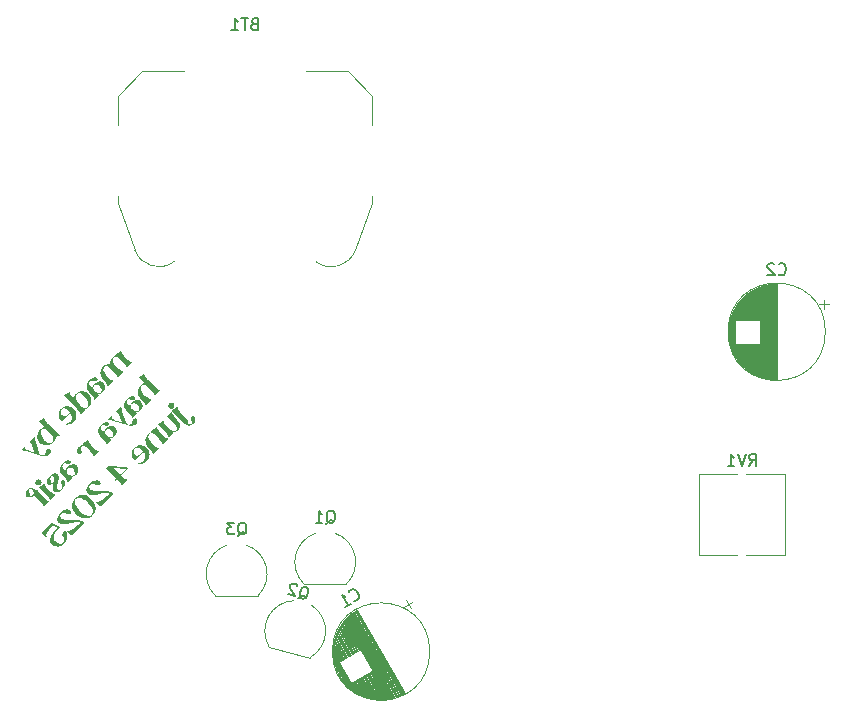
<source format=gbr>
%TF.GenerationSoftware,KiCad,Pcbnew,9.0.2*%
%TF.CreationDate,2025-06-05T20:51:45-04:00*%
%TF.ProjectId,solder-2nd-attempt,736f6c64-6572-42d3-926e-642d61747465,rev?*%
%TF.SameCoordinates,Original*%
%TF.FileFunction,Legend,Bot*%
%TF.FilePolarity,Positive*%
%FSLAX46Y46*%
G04 Gerber Fmt 4.6, Leading zero omitted, Abs format (unit mm)*
G04 Created by KiCad (PCBNEW 9.0.2) date 2025-06-05 20:51:45*
%MOMM*%
%LPD*%
G01*
G04 APERTURE LIST*
%ADD10C,0.100000*%
%ADD11C,0.150000*%
%ADD12C,0.120000*%
G04 APERTURE END LIST*
D10*
G36*
X41942543Y-137573108D02*
G01*
X41489104Y-138026547D01*
X41471404Y-138038851D01*
X41461467Y-138033124D01*
X41453484Y-138006928D01*
X41449554Y-137990797D01*
X41408766Y-137879945D01*
X41330529Y-137747985D01*
X41217895Y-137605281D01*
X41151550Y-137534422D01*
X40909331Y-137292202D01*
X40813216Y-137208110D01*
X40719821Y-137141939D01*
X40659998Y-137110582D01*
X40601642Y-137090609D01*
X40555874Y-137083779D01*
X40511186Y-137085975D01*
X40472298Y-137096152D01*
X40434357Y-137114627D01*
X40381714Y-137156628D01*
X40346393Y-137197397D01*
X40319206Y-137240612D01*
X40288222Y-137332588D01*
X40285947Y-137435706D01*
X40314561Y-137554315D01*
X40380165Y-137692515D01*
X40490965Y-137852972D01*
X40656576Y-138037342D01*
X40710127Y-138087689D01*
X40812236Y-138172896D01*
X40943761Y-138262887D01*
X41014573Y-138300278D01*
X41085559Y-138327585D01*
X41106992Y-138333359D01*
X41118026Y-138335054D01*
X41150523Y-138343508D01*
X41155688Y-138353811D01*
X41144642Y-138371009D01*
X40691290Y-138824362D01*
X40671197Y-138837000D01*
X40658817Y-138819314D01*
X40647595Y-138772895D01*
X40617181Y-138686574D01*
X40542315Y-138563098D01*
X40413173Y-138400997D01*
X40258392Y-138237032D01*
X40256330Y-138235003D01*
X40176885Y-138143642D01*
X40067300Y-138038778D01*
X39960288Y-137954208D01*
X39896487Y-137915652D01*
X39834125Y-137889092D01*
X39785955Y-137877687D01*
X39738888Y-137875657D01*
X39698777Y-137882196D01*
X39659634Y-137897060D01*
X39589772Y-137948571D01*
X39554451Y-137989340D01*
X39527264Y-138032554D01*
X39496279Y-138124530D01*
X39494005Y-138227648D01*
X39522618Y-138346258D01*
X39588222Y-138484457D01*
X39699023Y-138644914D01*
X39864633Y-138829284D01*
X39918185Y-138879631D01*
X40020294Y-138964839D01*
X40151819Y-139054830D01*
X40222630Y-139092220D01*
X40293617Y-139119527D01*
X40315050Y-139125302D01*
X40326084Y-139126996D01*
X40358581Y-139135451D01*
X40363746Y-139145753D01*
X40352700Y-139162951D01*
X39899261Y-139616390D01*
X39879231Y-139628967D01*
X39866872Y-139611259D01*
X39855653Y-139564838D01*
X39825188Y-139478493D01*
X39750227Y-139354926D01*
X39620948Y-139192678D01*
X39466423Y-139028950D01*
X39464388Y-139026946D01*
X39410385Y-138967495D01*
X39363827Y-138904906D01*
X39292339Y-138770671D01*
X39250475Y-138627274D01*
X39238993Y-138478238D01*
X39258549Y-138327696D01*
X39280066Y-138253262D01*
X39309347Y-138180274D01*
X39346316Y-138109292D01*
X39390954Y-138040748D01*
X39484767Y-137930782D01*
X39592159Y-137844356D01*
X39710930Y-137786456D01*
X39840287Y-137756169D01*
X39978298Y-137754123D01*
X40031640Y-137760926D01*
X40036038Y-137610776D01*
X40071676Y-137461068D01*
X40101208Y-137387934D01*
X40138480Y-137316727D01*
X40183271Y-137248209D01*
X40235664Y-137182614D01*
X40276709Y-137138840D01*
X40384063Y-137052445D01*
X40503899Y-136993741D01*
X40587666Y-136970538D01*
X40532227Y-136915099D01*
X40525883Y-136903453D01*
X40529997Y-136892565D01*
X40536113Y-136887380D01*
X40985667Y-136616232D01*
X41007126Y-136607293D01*
X41016329Y-136617229D01*
X41020212Y-136636223D01*
X41023403Y-136653968D01*
X41064136Y-136764749D01*
X41142319Y-136896652D01*
X41254936Y-137039349D01*
X41321407Y-137110343D01*
X41448518Y-137237455D01*
X41574665Y-137350622D01*
X41671672Y-137423020D01*
X41781031Y-137488237D01*
X41842894Y-137515937D01*
X41904893Y-137535459D01*
X41914802Y-137537418D01*
X41950833Y-137548235D01*
X41953643Y-137557772D01*
X41942543Y-137573108D01*
G37*
G36*
X38815786Y-138852378D02*
G01*
X38866165Y-138862237D01*
X38929950Y-138890422D01*
X38959864Y-138912794D01*
X38982253Y-138938691D01*
X39005778Y-138998887D01*
X39000329Y-139065655D01*
X38986060Y-139098927D01*
X38964470Y-139129418D01*
X38956115Y-139138341D01*
X38926594Y-139162237D01*
X38891001Y-139180564D01*
X38850875Y-139192073D01*
X38805838Y-139196315D01*
X38757742Y-139192547D01*
X38705798Y-139180094D01*
X38704310Y-139179618D01*
X38650411Y-139159532D01*
X38581083Y-139133992D01*
X38507747Y-139118357D01*
X38470837Y-139118345D01*
X38434440Y-139125718D01*
X38399060Y-139142114D01*
X38365202Y-139169169D01*
X38332240Y-139207659D01*
X38308765Y-139247728D01*
X38295386Y-139286207D01*
X38289790Y-139326319D01*
X38301589Y-139412551D01*
X38348525Y-139516123D01*
X38444591Y-139649272D01*
X38566145Y-139782015D01*
X38566257Y-139725892D01*
X38571222Y-139693066D01*
X38644030Y-139693066D01*
X38646749Y-139779362D01*
X38675582Y-139867039D01*
X38709145Y-139921043D01*
X38787151Y-139995968D01*
X38879699Y-140072475D01*
X38981657Y-140135236D01*
X39034562Y-140156671D01*
X39087894Y-140168922D01*
X39132755Y-140170702D01*
X39177079Y-140163428D01*
X39215357Y-140148612D01*
X39252656Y-140125097D01*
X39280629Y-140100485D01*
X39308313Y-140067434D01*
X39328485Y-140031804D01*
X39348483Y-139951747D01*
X39340894Y-139858892D01*
X39302333Y-139754229D01*
X39230952Y-139646381D01*
X39194621Y-139606546D01*
X39142575Y-139559832D01*
X39090910Y-139523389D01*
X39039746Y-139496363D01*
X38989908Y-139478318D01*
X38894051Y-139466371D01*
X38806592Y-139484067D01*
X38733297Y-139528161D01*
X38722444Y-139538327D01*
X38691095Y-139574961D01*
X38668258Y-139612679D01*
X38644030Y-139693066D01*
X38571222Y-139693066D01*
X38575230Y-139666567D01*
X38592328Y-139609901D01*
X38618942Y-139551454D01*
X38654020Y-139494563D01*
X38699476Y-139436822D01*
X38734274Y-139399731D01*
X38787646Y-139352008D01*
X38850851Y-139306236D01*
X38920606Y-139265704D01*
X38996395Y-139231849D01*
X39067050Y-139209386D01*
X39139934Y-139195635D01*
X39204001Y-139192034D01*
X39268107Y-139197276D01*
X39324477Y-139210214D01*
X39379747Y-139231722D01*
X39429489Y-139259937D01*
X39477409Y-139296739D01*
X39499533Y-139317523D01*
X39515422Y-139333412D01*
X39581871Y-139421647D01*
X39623423Y-139528517D01*
X39633621Y-139587346D01*
X39636217Y-139648807D01*
X39630918Y-139711956D01*
X39617422Y-139776530D01*
X39595723Y-139841115D01*
X39565377Y-139905950D01*
X39526712Y-139969513D01*
X39479031Y-140032228D01*
X39429069Y-140086582D01*
X39372469Y-140137755D01*
X39316185Y-140178156D01*
X39262518Y-140207289D01*
X39209295Y-140227418D01*
X39157342Y-140238891D01*
X39105963Y-140242493D01*
X39025024Y-140232950D01*
X39126230Y-140334156D01*
X39137558Y-140350907D01*
X39138885Y-140368087D01*
X39126143Y-140389508D01*
X38779696Y-140735956D01*
X38766875Y-140746647D01*
X38756718Y-140747427D01*
X38740929Y-140704782D01*
X38740146Y-140700378D01*
X38702665Y-140592919D01*
X38616333Y-140450419D01*
X38465121Y-140267605D01*
X38310886Y-140112747D01*
X38248045Y-140047721D01*
X38195684Y-139982604D01*
X38153595Y-139918196D01*
X38120698Y-139854083D01*
X38096305Y-139789992D01*
X38080132Y-139726590D01*
X38070362Y-139598891D01*
X38090108Y-139469724D01*
X38139973Y-139338801D01*
X38221010Y-139208216D01*
X38311749Y-139103800D01*
X38388316Y-139033677D01*
X38482649Y-138962343D01*
X38558588Y-138916387D01*
X38638733Y-138879781D01*
X38701444Y-138860720D01*
X38764433Y-138851412D01*
X38815786Y-138852378D01*
G37*
G36*
X37796400Y-140032208D02*
G01*
X37871888Y-140047022D01*
X37945669Y-140069562D01*
X38018109Y-140100062D01*
X38087525Y-140137924D01*
X38154609Y-140183685D01*
X38244633Y-140262227D01*
X38299619Y-140322640D01*
X38347242Y-140386315D01*
X38387531Y-140453002D01*
X38420191Y-140521875D01*
X38462981Y-140665644D01*
X38475156Y-140814326D01*
X38456260Y-140964207D01*
X38435063Y-141038384D01*
X38406088Y-141111201D01*
X38369329Y-141182269D01*
X38324852Y-141251041D01*
X38227383Y-141365641D01*
X38173124Y-141414542D01*
X38119335Y-141452939D01*
X38066401Y-141481555D01*
X38014364Y-141501322D01*
X37911045Y-141517536D01*
X37871004Y-141515981D01*
X37918671Y-141563648D01*
X37925420Y-141575453D01*
X37924404Y-141587724D01*
X37917462Y-141598189D01*
X37561084Y-141954568D01*
X37543346Y-141966910D01*
X37533404Y-141961187D01*
X37525463Y-141935248D01*
X37521448Y-141918904D01*
X37480736Y-141808110D01*
X37402611Y-141676274D01*
X37290074Y-141533683D01*
X37223444Y-141462529D01*
X36173911Y-140412996D01*
X36167670Y-140401470D01*
X36171710Y-140390620D01*
X36177970Y-140385277D01*
X36627350Y-140113956D01*
X36648844Y-140104998D01*
X36657966Y-140115010D01*
X36661709Y-140133739D01*
X36664827Y-140151433D01*
X36705038Y-140261757D01*
X36782495Y-140392915D01*
X36894267Y-140534723D01*
X36960586Y-140605563D01*
X36990377Y-140635354D01*
X37002708Y-140559959D01*
X37023321Y-140485807D01*
X37038814Y-140447344D01*
X37173833Y-140447344D01*
X37175735Y-140551721D01*
X37208329Y-140678911D01*
X37278046Y-140831398D01*
X37388843Y-141004953D01*
X37510567Y-141155544D01*
X37625676Y-141270653D01*
X37703416Y-141337767D01*
X37785765Y-141392346D01*
X37840230Y-141417252D01*
X37895650Y-141432025D01*
X37940785Y-141435230D01*
X37986114Y-141429557D01*
X38026922Y-141416013D01*
X38067595Y-141393702D01*
X38120564Y-141349838D01*
X38171926Y-141277419D01*
X38197628Y-141189394D01*
X38197466Y-141081685D01*
X38167049Y-140950146D01*
X38100480Y-140793828D01*
X37995501Y-140620552D01*
X37864202Y-140456955D01*
X37838276Y-140430094D01*
X37730954Y-140330627D01*
X37616866Y-140249418D01*
X37558987Y-140221172D01*
X37500365Y-140203294D01*
X37453046Y-140197772D01*
X37405591Y-140201177D01*
X37363209Y-140212592D01*
X37320949Y-140232656D01*
X37249609Y-140288734D01*
X37220357Y-140323383D01*
X37198338Y-140361079D01*
X37173833Y-140447344D01*
X37038814Y-140447344D01*
X37050472Y-140418401D01*
X37085634Y-140353519D01*
X37126378Y-140295389D01*
X37174864Y-140240689D01*
X37176295Y-140239254D01*
X37292936Y-140144167D01*
X37425602Y-140075331D01*
X37569947Y-140035088D01*
X37644865Y-140026314D01*
X37720649Y-140025334D01*
X37796400Y-140032208D01*
G37*
G36*
X38244826Y-140262396D02*
G01*
X38244633Y-140262227D01*
X38244394Y-140261965D01*
X38244826Y-140262396D01*
G37*
G36*
X36539146Y-141289677D02*
G01*
X36614463Y-141304781D01*
X36688128Y-141327621D01*
X36760461Y-141358427D01*
X36829811Y-141396613D01*
X36896834Y-141442707D01*
X36984851Y-141519781D01*
X37038215Y-141578588D01*
X37084150Y-141640521D01*
X37154759Y-141773842D01*
X37196286Y-141917211D01*
X37207885Y-142067513D01*
X37188652Y-142220737D01*
X37138163Y-142371963D01*
X37101309Y-142445118D01*
X37056890Y-142515739D01*
X36950914Y-142642109D01*
X36835957Y-142736478D01*
X36710225Y-142802608D01*
X36574071Y-142842174D01*
X36429207Y-142855488D01*
X36282293Y-142842817D01*
X36156295Y-142809634D01*
X36139786Y-142790295D01*
X36142203Y-142778361D01*
X36152598Y-142769810D01*
X36170111Y-142768012D01*
X36255626Y-142776246D01*
X36377952Y-142767051D01*
X36448595Y-142748588D01*
X36523253Y-142716973D01*
X36600196Y-142669274D01*
X36677694Y-142602560D01*
X36724815Y-142550062D01*
X36762744Y-142496604D01*
X36813917Y-142386648D01*
X36835452Y-142271396D01*
X36828700Y-142149031D01*
X36792719Y-142018543D01*
X36726306Y-141881995D01*
X36701700Y-141842481D01*
X35986957Y-142557224D01*
X35970357Y-142568565D01*
X35952416Y-142571799D01*
X35936030Y-142567271D01*
X35921588Y-142555238D01*
X35866902Y-142489600D01*
X35819836Y-142421132D01*
X35780323Y-142350065D01*
X35748592Y-142277108D01*
X35724712Y-142202803D01*
X35708710Y-142127569D01*
X35700660Y-142052301D01*
X35700507Y-141977057D01*
X35708193Y-141903006D01*
X35723732Y-141829898D01*
X35746864Y-141759000D01*
X35765566Y-141717195D01*
X35902275Y-141717195D01*
X35902489Y-141814691D01*
X35933203Y-141919288D01*
X35996416Y-142025232D01*
X36046368Y-142082111D01*
X36100601Y-142130762D01*
X36147047Y-142160238D01*
X36178745Y-142170987D01*
X36208090Y-142172333D01*
X36260765Y-142151962D01*
X36319588Y-142101799D01*
X36652220Y-141769168D01*
X36638885Y-141753968D01*
X36578906Y-141688083D01*
X36511655Y-141626512D01*
X36439267Y-141571779D01*
X36371718Y-141530889D01*
X36302810Y-141499593D01*
X36244191Y-141482006D01*
X36186318Y-141473940D01*
X36137875Y-141475514D01*
X36091063Y-141485726D01*
X36050623Y-141502987D01*
X36012286Y-141528455D01*
X35988943Y-141549400D01*
X35955941Y-141587794D01*
X35930766Y-141628608D01*
X35902275Y-141717195D01*
X35765566Y-141717195D01*
X35777771Y-141689912D01*
X35816029Y-141623805D01*
X35861989Y-141560329D01*
X35921588Y-141493961D01*
X36037589Y-141399514D01*
X36169611Y-141331316D01*
X36313364Y-141291684D01*
X36388033Y-141283204D01*
X36463577Y-141282514D01*
X36539146Y-141289677D01*
G37*
G36*
X34493617Y-142279359D02*
G01*
X34497361Y-142298088D01*
X34500478Y-142315782D01*
X34540690Y-142426107D01*
X34618150Y-142557266D01*
X34729939Y-142699091D01*
X34796323Y-142769998D01*
X35796203Y-143769878D01*
X35801831Y-143780550D01*
X35796737Y-143788655D01*
X35790245Y-143791725D01*
X35623746Y-143828112D01*
X35543261Y-143852066D01*
X35469099Y-143882309D01*
X35455281Y-143964681D01*
X35431731Y-144048905D01*
X35402286Y-144122509D01*
X35363409Y-144195929D01*
X35318907Y-144262095D01*
X35264995Y-144326945D01*
X35239486Y-144353537D01*
X35175660Y-144411907D01*
X35108886Y-144462592D01*
X35039401Y-144505683D01*
X34967847Y-144540996D01*
X34894616Y-144568523D01*
X34820212Y-144588211D01*
X34745224Y-144600019D01*
X34669964Y-144603967D01*
X34595204Y-144600065D01*
X34521059Y-144588323D01*
X34448410Y-144568860D01*
X34377237Y-144541603D01*
X34308423Y-144506787D01*
X34241918Y-144464234D01*
X34133824Y-144372535D01*
X34078016Y-144311270D01*
X34029884Y-144247054D01*
X33989302Y-144180092D01*
X33956402Y-144110976D01*
X33931066Y-144039790D01*
X33913441Y-143967256D01*
X33901259Y-143818979D01*
X33920203Y-143669466D01*
X33941466Y-143595291D01*
X33958890Y-143551574D01*
X34172489Y-143551574D01*
X34196159Y-143678090D01*
X34254467Y-143823692D01*
X34352051Y-143985945D01*
X34488715Y-144155085D01*
X34537956Y-144206392D01*
X34624827Y-144286567D01*
X34719955Y-144356925D01*
X34783144Y-144391919D01*
X34847802Y-144416553D01*
X34899366Y-144427041D01*
X34951050Y-144428311D01*
X34995622Y-144421025D01*
X35039796Y-144405122D01*
X35080875Y-144381523D01*
X35121208Y-144348895D01*
X35130595Y-144339807D01*
X35187262Y-144262183D01*
X35219830Y-144166989D01*
X35227164Y-144052729D01*
X35205623Y-143920376D01*
X35152285Y-143777847D01*
X35070553Y-143643913D01*
X35046747Y-143614356D01*
X34826547Y-143394157D01*
X34739647Y-143318282D01*
X34653682Y-143256659D01*
X34590481Y-143221889D01*
X34528463Y-143198274D01*
X34478713Y-143188196D01*
X34430104Y-143187285D01*
X34388189Y-143194721D01*
X34347396Y-143210438D01*
X34273457Y-143264886D01*
X34238784Y-143304975D01*
X34211702Y-143347867D01*
X34178508Y-143442545D01*
X34172489Y-143551574D01*
X33958890Y-143551574D01*
X33970555Y-143522306D01*
X34007558Y-143450758D01*
X34052387Y-143381279D01*
X34154635Y-143260914D01*
X34214249Y-143206744D01*
X34276238Y-143160757D01*
X34407206Y-143091776D01*
X34495297Y-143062907D01*
X34009649Y-142577258D01*
X34003248Y-142565803D01*
X34006516Y-142555796D01*
X34011635Y-142551611D01*
X34463001Y-142278305D01*
X34484495Y-142269347D01*
X34493617Y-142279359D01*
G37*
G36*
X35027231Y-145173199D02*
G01*
X35010771Y-145230272D01*
X34987595Y-145282795D01*
X34958248Y-145330170D01*
X34922980Y-145372354D01*
X34918254Y-145377164D01*
X34827766Y-145446163D01*
X34710472Y-145496602D01*
X34567341Y-145524078D01*
X34403076Y-145523481D01*
X34315475Y-145511332D01*
X34226658Y-145491039D01*
X34195739Y-145482083D01*
X33004415Y-145122337D01*
X32806204Y-145069515D01*
X32642498Y-145042543D01*
X32535346Y-145045310D01*
X32509595Y-145045305D01*
X32503673Y-145035545D01*
X32509613Y-145027521D01*
X32818497Y-144718637D01*
X32833744Y-144708230D01*
X32845118Y-144708629D01*
X32850102Y-144726582D01*
X32857397Y-144796210D01*
X32897406Y-144877532D01*
X32975156Y-144963763D01*
X33027598Y-145004219D01*
X33086959Y-145039826D01*
X33105447Y-145049110D01*
X33244204Y-145104869D01*
X33693165Y-145256702D01*
X33634190Y-145090845D01*
X33438079Y-144562079D01*
X33377871Y-144447855D01*
X33338026Y-144395980D01*
X33295683Y-144356448D01*
X33265030Y-144339095D01*
X33235679Y-144334003D01*
X33230314Y-144334626D01*
X33214581Y-144332701D01*
X33218490Y-144318731D01*
X33220383Y-144316751D01*
X33655947Y-143881187D01*
X33671072Y-143870805D01*
X33678848Y-143874120D01*
X33677794Y-143887145D01*
X33669218Y-143930847D01*
X33668283Y-143979217D01*
X33690921Y-144106963D01*
X33768638Y-144358114D01*
X33972258Y-144953776D01*
X34073483Y-145244116D01*
X34124498Y-145391153D01*
X34149451Y-145398905D01*
X34164134Y-145402984D01*
X34263409Y-145432858D01*
X34352847Y-145446193D01*
X34394984Y-145442896D01*
X34435988Y-145430950D01*
X34476301Y-145408850D01*
X34516367Y-145375092D01*
X34555030Y-145316879D01*
X34584246Y-145222802D01*
X34593650Y-145179221D01*
X34619386Y-145074325D01*
X34638176Y-145030289D01*
X34662276Y-144993752D01*
X34678797Y-144975364D01*
X34742579Y-144932125D01*
X34819521Y-144915095D01*
X34900584Y-144927550D01*
X34937734Y-144944873D01*
X34970708Y-144969232D01*
X34996768Y-144998470D01*
X35016671Y-145033519D01*
X35028660Y-145071316D01*
X35033281Y-145113799D01*
X35027231Y-145173199D01*
G37*
G36*
X44318422Y-139948987D02*
G01*
X43864983Y-140402426D01*
X43847283Y-140414730D01*
X43837346Y-140409003D01*
X43829363Y-140382807D01*
X43825433Y-140366676D01*
X43784645Y-140255824D01*
X43706408Y-140123864D01*
X43593773Y-139981159D01*
X43527429Y-139910301D01*
X43285209Y-139668081D01*
X43189095Y-139583989D01*
X43095699Y-139517817D01*
X43035877Y-139486461D01*
X42977521Y-139466488D01*
X42931753Y-139459657D01*
X42887065Y-139461854D01*
X42848176Y-139472031D01*
X42810235Y-139490506D01*
X42757593Y-139532507D01*
X42722272Y-139573276D01*
X42695085Y-139616491D01*
X42664101Y-139708467D01*
X42661826Y-139811585D01*
X42690439Y-139930194D01*
X42756044Y-140068394D01*
X42866844Y-140228851D01*
X43032454Y-140413220D01*
X43086006Y-140463567D01*
X43188115Y-140548775D01*
X43319640Y-140638766D01*
X43390451Y-140676156D01*
X43461438Y-140703464D01*
X43482871Y-140709238D01*
X43493905Y-140710933D01*
X43526402Y-140719387D01*
X43531567Y-140729690D01*
X43520521Y-140746888D01*
X43067168Y-141200241D01*
X43047076Y-141212879D01*
X43034696Y-141195192D01*
X43023474Y-141148774D01*
X42993059Y-141062453D01*
X42918194Y-140938976D01*
X42789052Y-140776876D01*
X42634270Y-140612911D01*
X42632209Y-140610882D01*
X42578206Y-140551431D01*
X42531649Y-140488842D01*
X42460160Y-140354607D01*
X42418296Y-140211211D01*
X42406814Y-140062174D01*
X42426370Y-139911632D01*
X42447887Y-139837199D01*
X42477168Y-139764210D01*
X42514137Y-139693228D01*
X42558775Y-139624684D01*
X42652588Y-139514719D01*
X42759942Y-139428324D01*
X42879777Y-139369620D01*
X42963545Y-139346417D01*
X42477896Y-138860768D01*
X42471619Y-138849189D01*
X42475751Y-138838319D01*
X42481868Y-138833135D01*
X42931249Y-138561814D01*
X42952743Y-138552857D01*
X42961865Y-138562869D01*
X42965608Y-138581598D01*
X42968726Y-138599292D01*
X43009012Y-138709673D01*
X43086581Y-138840955D01*
X43198449Y-138982875D01*
X43264485Y-139053421D01*
X43824397Y-139613334D01*
X43950543Y-139726500D01*
X44047551Y-139798899D01*
X44156909Y-139864115D01*
X44218772Y-139891815D01*
X44280772Y-139911337D01*
X44290680Y-139913297D01*
X44326712Y-139924114D01*
X44329522Y-139933651D01*
X44318422Y-139948987D01*
G37*
G36*
X41993020Y-140426902D02*
G01*
X42043399Y-140436761D01*
X42107183Y-140464946D01*
X42137098Y-140487318D01*
X42159487Y-140513215D01*
X42183012Y-140573411D01*
X42177562Y-140640179D01*
X42163294Y-140673451D01*
X42141703Y-140703942D01*
X42133348Y-140712865D01*
X42103828Y-140736761D01*
X42068235Y-140755088D01*
X42028109Y-140766597D01*
X41983071Y-140770839D01*
X41934975Y-140767071D01*
X41883031Y-140754618D01*
X41881543Y-140754142D01*
X41827645Y-140734056D01*
X41758316Y-140708516D01*
X41684980Y-140692881D01*
X41648071Y-140692869D01*
X41611674Y-140700242D01*
X41576294Y-140716638D01*
X41542435Y-140743693D01*
X41509474Y-140782183D01*
X41485999Y-140822252D01*
X41472619Y-140860731D01*
X41467024Y-140900843D01*
X41478822Y-140987075D01*
X41525758Y-141090647D01*
X41621825Y-141223796D01*
X41743379Y-141356539D01*
X41743490Y-141300416D01*
X41748456Y-141267590D01*
X41821264Y-141267590D01*
X41823983Y-141353886D01*
X41852815Y-141441563D01*
X41886379Y-141495567D01*
X41964385Y-141570492D01*
X42056933Y-141646999D01*
X42158891Y-141709760D01*
X42211795Y-141731195D01*
X42265128Y-141743446D01*
X42309989Y-141745226D01*
X42354313Y-141737952D01*
X42392591Y-141723136D01*
X42429890Y-141699621D01*
X42457862Y-141675009D01*
X42485546Y-141641958D01*
X42505719Y-141606328D01*
X42525717Y-141526271D01*
X42518127Y-141433416D01*
X42479567Y-141328753D01*
X42408186Y-141220905D01*
X42371855Y-141181070D01*
X42319808Y-141134356D01*
X42268144Y-141097913D01*
X42216980Y-141070887D01*
X42167141Y-141052842D01*
X42071284Y-141040895D01*
X41983825Y-141058591D01*
X41910530Y-141102685D01*
X41899677Y-141112851D01*
X41868328Y-141149485D01*
X41845491Y-141187203D01*
X41821264Y-141267590D01*
X41748456Y-141267590D01*
X41752464Y-141241091D01*
X41769562Y-141184425D01*
X41796175Y-141125978D01*
X41831253Y-141069087D01*
X41876710Y-141011346D01*
X41911508Y-140974255D01*
X41964879Y-140926532D01*
X42028084Y-140880760D01*
X42097840Y-140840228D01*
X42173629Y-140806372D01*
X42244284Y-140783910D01*
X42317167Y-140770159D01*
X42381234Y-140766558D01*
X42445341Y-140771800D01*
X42501710Y-140784738D01*
X42556981Y-140806246D01*
X42606722Y-140834461D01*
X42654642Y-140871263D01*
X42676767Y-140892047D01*
X42692656Y-140907936D01*
X42759105Y-140996171D01*
X42800656Y-141103041D01*
X42810855Y-141161870D01*
X42813450Y-141223331D01*
X42808152Y-141286480D01*
X42794656Y-141351054D01*
X42772956Y-141415639D01*
X42742610Y-141480474D01*
X42703946Y-141544037D01*
X42656265Y-141606752D01*
X42606303Y-141661106D01*
X42549703Y-141712279D01*
X42493419Y-141752680D01*
X42439752Y-141781813D01*
X42386528Y-141801942D01*
X42334575Y-141813415D01*
X42283196Y-141817017D01*
X42202258Y-141807474D01*
X42303463Y-141908680D01*
X42314792Y-141925431D01*
X42316118Y-141942611D01*
X42303377Y-141964032D01*
X41956929Y-142310480D01*
X41944109Y-142321171D01*
X41933952Y-142321951D01*
X41918162Y-142279306D01*
X41917380Y-142274902D01*
X41879898Y-142167443D01*
X41793566Y-142024943D01*
X41642355Y-141842129D01*
X41488119Y-141687271D01*
X41425279Y-141622245D01*
X41372917Y-141557128D01*
X41330828Y-141492720D01*
X41297932Y-141428607D01*
X41273538Y-141364516D01*
X41257366Y-141301114D01*
X41247596Y-141173415D01*
X41267341Y-141044248D01*
X41317207Y-140913325D01*
X41398243Y-140782740D01*
X41488983Y-140678324D01*
X41565550Y-140608201D01*
X41659883Y-140536867D01*
X41735822Y-140490911D01*
X41815966Y-140454305D01*
X41878678Y-140435244D01*
X41941666Y-140425936D01*
X41993020Y-140426902D01*
G37*
G36*
X42367365Y-142584823D02*
G01*
X42350904Y-142641896D01*
X42327729Y-142694419D01*
X42298382Y-142741794D01*
X42263113Y-142783978D01*
X42258387Y-142788788D01*
X42167899Y-142857787D01*
X42050605Y-142908226D01*
X41907474Y-142935702D01*
X41743209Y-142935105D01*
X41655608Y-142922956D01*
X41566792Y-142902663D01*
X41535873Y-142893707D01*
X40344548Y-142533961D01*
X40146338Y-142481139D01*
X39982632Y-142454167D01*
X39875479Y-142456934D01*
X39849729Y-142456929D01*
X39843807Y-142447169D01*
X39849746Y-142439145D01*
X40158630Y-142130261D01*
X40173877Y-142119854D01*
X40185251Y-142120254D01*
X40190236Y-142138206D01*
X40197531Y-142207834D01*
X40237540Y-142289156D01*
X40315290Y-142375387D01*
X40367731Y-142415843D01*
X40427092Y-142451450D01*
X40445581Y-142460734D01*
X40584338Y-142516494D01*
X41033299Y-142668326D01*
X40974323Y-142502469D01*
X40778212Y-141973703D01*
X40718005Y-141859479D01*
X40678160Y-141807604D01*
X40635817Y-141768072D01*
X40605163Y-141750720D01*
X40575813Y-141745627D01*
X40570447Y-141746250D01*
X40554715Y-141744325D01*
X40558624Y-141730355D01*
X40560517Y-141728375D01*
X40996081Y-141292811D01*
X41011205Y-141282429D01*
X41018981Y-141285744D01*
X41017928Y-141298769D01*
X41009351Y-141342471D01*
X41008417Y-141390841D01*
X41031054Y-141518587D01*
X41108771Y-141769738D01*
X41312391Y-142365400D01*
X41413616Y-142655740D01*
X41464631Y-142802777D01*
X41489584Y-142810529D01*
X41504267Y-142814608D01*
X41603542Y-142844482D01*
X41692981Y-142857817D01*
X41735117Y-142854520D01*
X41776121Y-142842574D01*
X41816435Y-142820474D01*
X41856501Y-142786716D01*
X41895164Y-142728503D01*
X41924379Y-142634426D01*
X41933783Y-142590845D01*
X41959520Y-142485949D01*
X41978310Y-142441913D01*
X42002410Y-142405376D01*
X42018931Y-142386988D01*
X42082713Y-142343749D01*
X42159655Y-142326719D01*
X42240718Y-142339174D01*
X42277867Y-142356497D01*
X42310842Y-142380856D01*
X42336901Y-142410094D01*
X42356804Y-142445143D01*
X42368794Y-142482940D01*
X42373415Y-142525423D01*
X42367365Y-142584823D01*
G37*
G36*
X39800347Y-142619574D02*
G01*
X39850726Y-142629434D01*
X39914511Y-142657618D01*
X39944425Y-142679990D01*
X39966814Y-142705887D01*
X39990339Y-142766083D01*
X39984890Y-142832852D01*
X39970621Y-142866124D01*
X39949031Y-142896614D01*
X39940676Y-142905537D01*
X39911155Y-142929433D01*
X39875562Y-142947760D01*
X39835437Y-142959270D01*
X39790399Y-142963512D01*
X39742303Y-142959743D01*
X39690359Y-142947291D01*
X39688871Y-142946814D01*
X39634972Y-142926729D01*
X39565644Y-142901188D01*
X39492308Y-142885553D01*
X39455398Y-142885541D01*
X39419001Y-142892915D01*
X39383621Y-142909311D01*
X39349763Y-142936365D01*
X39316801Y-142974855D01*
X39293326Y-143014924D01*
X39279947Y-143053403D01*
X39274351Y-143093516D01*
X39286150Y-143179748D01*
X39333086Y-143283319D01*
X39429152Y-143416468D01*
X39550706Y-143549212D01*
X39550818Y-143493088D01*
X39555783Y-143460262D01*
X39628592Y-143460262D01*
X39631311Y-143546558D01*
X39660143Y-143634235D01*
X39693706Y-143688240D01*
X39771712Y-143763165D01*
X39864260Y-143839672D01*
X39966218Y-143902432D01*
X40019123Y-143923868D01*
X40072455Y-143936119D01*
X40117316Y-143937899D01*
X40161640Y-143930625D01*
X40199918Y-143915808D01*
X40237218Y-143892293D01*
X40265190Y-143867681D01*
X40292874Y-143834631D01*
X40313046Y-143799000D01*
X40333044Y-143718944D01*
X40325455Y-143626089D01*
X40286895Y-143521426D01*
X40215513Y-143413577D01*
X40179182Y-143373743D01*
X40127136Y-143327029D01*
X40075471Y-143290586D01*
X40024307Y-143263559D01*
X39974469Y-143245514D01*
X39878612Y-143233567D01*
X39791153Y-143251263D01*
X39717858Y-143295358D01*
X39707005Y-143305524D01*
X39675656Y-143342157D01*
X39652819Y-143379876D01*
X39628592Y-143460262D01*
X39555783Y-143460262D01*
X39559791Y-143433764D01*
X39576889Y-143377098D01*
X39603503Y-143318650D01*
X39638581Y-143261760D01*
X39684037Y-143204019D01*
X39718835Y-143166928D01*
X39772207Y-143119204D01*
X39835412Y-143073432D01*
X39905167Y-143032901D01*
X39980956Y-142999045D01*
X40051611Y-142976582D01*
X40124495Y-142962832D01*
X40188562Y-142959230D01*
X40252668Y-142964472D01*
X40309038Y-142977410D01*
X40364308Y-142998919D01*
X40414050Y-143027133D01*
X40461970Y-143063936D01*
X40484094Y-143084720D01*
X40499983Y-143100608D01*
X40566432Y-143188843D01*
X40607984Y-143295713D01*
X40618182Y-143354543D01*
X40620778Y-143416004D01*
X40615479Y-143479153D01*
X40601984Y-143543726D01*
X40580284Y-143608312D01*
X40549938Y-143673147D01*
X40511273Y-143736710D01*
X40463592Y-143799424D01*
X40413630Y-143853778D01*
X40357031Y-143904951D01*
X40300746Y-143945353D01*
X40247079Y-143974485D01*
X40193856Y-143994614D01*
X40141903Y-144006087D01*
X40090524Y-144009690D01*
X40009585Y-144000147D01*
X40110791Y-144101352D01*
X40122119Y-144118103D01*
X40123446Y-144135283D01*
X40110705Y-144156704D01*
X39764257Y-144503152D01*
X39751436Y-144513844D01*
X39741280Y-144514623D01*
X39725490Y-144471978D01*
X39724707Y-144467575D01*
X39687226Y-144360116D01*
X39600894Y-144217615D01*
X39449682Y-144034801D01*
X39295447Y-143879943D01*
X39232606Y-143814918D01*
X39180245Y-143749801D01*
X39138156Y-143685393D01*
X39105259Y-143621280D01*
X39080866Y-143557189D01*
X39064693Y-143493786D01*
X39054923Y-143366088D01*
X39074669Y-143236920D01*
X39124534Y-143105997D01*
X39205571Y-142975412D01*
X39296310Y-142870996D01*
X39372877Y-142800873D01*
X39467210Y-142729539D01*
X39543149Y-142683583D01*
X39623294Y-142646977D01*
X39686006Y-142627917D01*
X39748994Y-142618608D01*
X39800347Y-142619574D01*
G37*
G36*
X39148302Y-145119107D02*
G01*
X38694863Y-145572546D01*
X38677163Y-145584850D01*
X38667226Y-145579123D01*
X38659243Y-145552927D01*
X38655313Y-145536796D01*
X38614524Y-145425944D01*
X38536285Y-145293982D01*
X38423632Y-145151260D01*
X38357223Y-145080335D01*
X38069322Y-144792434D01*
X37979749Y-144723491D01*
X37931597Y-144700384D01*
X37883466Y-144685501D01*
X37835668Y-144678587D01*
X37789984Y-144679705D01*
X37748236Y-144688395D01*
X37710530Y-144704394D01*
X37670631Y-144734319D01*
X37631445Y-144793719D01*
X37616544Y-144868214D01*
X37624333Y-144968452D01*
X37635509Y-145028709D01*
X37649388Y-145109090D01*
X37651453Y-145152117D01*
X37645949Y-145191478D01*
X37614502Y-145259698D01*
X37594122Y-145283523D01*
X37532389Y-145324071D01*
X37496556Y-145333993D01*
X37459456Y-145335932D01*
X37424079Y-145329779D01*
X37389913Y-145315273D01*
X37360004Y-145293614D01*
X37333130Y-145263714D01*
X37310453Y-145225580D01*
X37285386Y-145138982D01*
X37284672Y-145022900D01*
X37296103Y-144961056D01*
X37315957Y-144899785D01*
X37342149Y-144845374D01*
X37376170Y-144794785D01*
X37405269Y-144762038D01*
X37458634Y-144714042D01*
X37513132Y-144675026D01*
X37626055Y-144621047D01*
X37743321Y-144597153D01*
X37863637Y-144602293D01*
X37882627Y-144605739D01*
X37737986Y-144461098D01*
X37731642Y-144449452D01*
X37735755Y-144438563D01*
X37741872Y-144433379D01*
X38191339Y-144162145D01*
X38212796Y-144153203D01*
X38221983Y-144163123D01*
X38225841Y-144182129D01*
X38228989Y-144199794D01*
X38269777Y-144310647D01*
X38348017Y-144442609D01*
X38460670Y-144585331D01*
X38527079Y-144656256D01*
X38654190Y-144783367D01*
X38780404Y-144896601D01*
X38877425Y-144969013D01*
X38986788Y-145034235D01*
X39048652Y-145061935D01*
X39110652Y-145081457D01*
X39120560Y-145083417D01*
X39156592Y-145094234D01*
X39159402Y-145103771D01*
X39148302Y-145119107D01*
G37*
G36*
X36556242Y-145863679D02*
G01*
X36606621Y-145873539D01*
X36670406Y-145901723D01*
X36700320Y-145924096D01*
X36722709Y-145949992D01*
X36746234Y-146010188D01*
X36740785Y-146076957D01*
X36726516Y-146110229D01*
X36704925Y-146140719D01*
X36696570Y-146149643D01*
X36667050Y-146173538D01*
X36631457Y-146191866D01*
X36591331Y-146203375D01*
X36546293Y-146207617D01*
X36498197Y-146203849D01*
X36446253Y-146191396D01*
X36444765Y-146190919D01*
X36390867Y-146170834D01*
X36321539Y-146145294D01*
X36248202Y-146129658D01*
X36211293Y-146129646D01*
X36174896Y-146137020D01*
X36139516Y-146153416D01*
X36105658Y-146180471D01*
X36072696Y-146218961D01*
X36049221Y-146259029D01*
X36035842Y-146297509D01*
X36030246Y-146337621D01*
X36042045Y-146423853D01*
X36088980Y-146527424D01*
X36185047Y-146660573D01*
X36306601Y-146793317D01*
X36306713Y-146737193D01*
X36311678Y-146704368D01*
X36384486Y-146704368D01*
X36387205Y-146790663D01*
X36416038Y-146878341D01*
X36449601Y-146932345D01*
X36527607Y-147007270D01*
X36620155Y-147083777D01*
X36722113Y-147146538D01*
X36775017Y-147167973D01*
X36828350Y-147180224D01*
X36873211Y-147182004D01*
X36917535Y-147174730D01*
X36955813Y-147159913D01*
X36993112Y-147136399D01*
X37021085Y-147111786D01*
X37048768Y-147078736D01*
X37068941Y-147043106D01*
X37088939Y-146963049D01*
X37081350Y-146870194D01*
X37042789Y-146765531D01*
X36971408Y-146657682D01*
X36935077Y-146617848D01*
X36883030Y-146571134D01*
X36831366Y-146534691D01*
X36780202Y-146507664D01*
X36730364Y-146489620D01*
X36634507Y-146477673D01*
X36547048Y-146495369D01*
X36473753Y-146539463D01*
X36462900Y-146549629D01*
X36431550Y-146586262D01*
X36408713Y-146623981D01*
X36384486Y-146704368D01*
X36311678Y-146704368D01*
X36315686Y-146677869D01*
X36332784Y-146621203D01*
X36359398Y-146562755D01*
X36394475Y-146505865D01*
X36439932Y-146448124D01*
X36474730Y-146411033D01*
X36528102Y-146363310D01*
X36591306Y-146317538D01*
X36661062Y-146277006D01*
X36736851Y-146243150D01*
X36807506Y-146220688D01*
X36880390Y-146206937D01*
X36944457Y-146203335D01*
X37008563Y-146208578D01*
X37064933Y-146221515D01*
X37120203Y-146243024D01*
X37169944Y-146271239D01*
X37217865Y-146308041D01*
X37239989Y-146328825D01*
X37255878Y-146344714D01*
X37322327Y-146432949D01*
X37363878Y-146539818D01*
X37374077Y-146598648D01*
X37376673Y-146660109D01*
X37371374Y-146723258D01*
X37357878Y-146787831D01*
X37336179Y-146852417D01*
X37305833Y-146917252D01*
X37267168Y-146980815D01*
X37219487Y-147043529D01*
X37169525Y-147097884D01*
X37112925Y-147149057D01*
X37056641Y-147189458D01*
X37002974Y-147218590D01*
X36949750Y-147238720D01*
X36897797Y-147250192D01*
X36846419Y-147253795D01*
X36765480Y-147244252D01*
X36866686Y-147345457D01*
X36878014Y-147362208D01*
X36879341Y-147379388D01*
X36866599Y-147400810D01*
X36520151Y-147747257D01*
X36507331Y-147757949D01*
X36497174Y-147758729D01*
X36481385Y-147716083D01*
X36480602Y-147711680D01*
X36443120Y-147604221D01*
X36356788Y-147461721D01*
X36205577Y-147278906D01*
X36051342Y-147124049D01*
X35988501Y-147059023D01*
X35936140Y-146993906D01*
X35894050Y-146929498D01*
X35861154Y-146865385D01*
X35836761Y-146801294D01*
X35820588Y-146737892D01*
X35810818Y-146610193D01*
X35830563Y-146481025D01*
X35880429Y-146350103D01*
X35961466Y-146219518D01*
X36052205Y-146115101D01*
X36128772Y-146044978D01*
X36223105Y-145973645D01*
X36299044Y-145927689D01*
X36379189Y-145891083D01*
X36441900Y-145872022D01*
X36504889Y-145862713D01*
X36556242Y-145863679D01*
G37*
G36*
X36218953Y-147606502D02*
G01*
X36258080Y-147708925D01*
X36268174Y-147822634D01*
X36247506Y-147948028D01*
X36192482Y-148084635D01*
X36098927Y-148230289D01*
X35983641Y-148361140D01*
X35861049Y-148461982D01*
X35790081Y-148505367D01*
X35715831Y-148541274D01*
X35644414Y-148566990D01*
X35573015Y-148583635D01*
X35510682Y-148589861D01*
X35450488Y-148587146D01*
X35400077Y-148576698D01*
X35352781Y-148558114D01*
X35282456Y-148507249D01*
X35228239Y-148432055D01*
X35197486Y-148338213D01*
X35189631Y-148217939D01*
X35208329Y-148057995D01*
X35262769Y-147820485D01*
X35304892Y-147644099D01*
X35329671Y-147480770D01*
X35330422Y-147406952D01*
X35320675Y-147339937D01*
X35298376Y-147280907D01*
X35261472Y-147231040D01*
X35229018Y-147204390D01*
X35193706Y-147187594D01*
X35164633Y-147183130D01*
X35135043Y-147187869D01*
X35087039Y-147218950D01*
X35041083Y-147285893D01*
X35014843Y-147377980D01*
X35013659Y-147494208D01*
X35043214Y-147624789D01*
X35081512Y-147712371D01*
X35096287Y-147750202D01*
X35102500Y-147786370D01*
X35092172Y-147852945D01*
X35053966Y-147910551D01*
X34991086Y-147952067D01*
X34954006Y-147962813D01*
X34915235Y-147965591D01*
X34878191Y-147960181D01*
X34841988Y-147946287D01*
X34810063Y-147925165D01*
X34780784Y-147895607D01*
X34760625Y-147866770D01*
X34731687Y-147786035D01*
X34727224Y-147682061D01*
X34752821Y-147554570D01*
X34813418Y-147410773D01*
X34856940Y-147337533D01*
X34907685Y-147267588D01*
X34974089Y-147193217D01*
X35040012Y-147132676D01*
X35105680Y-147082566D01*
X35170359Y-147042659D01*
X35233725Y-147012444D01*
X35294669Y-146991740D01*
X35353293Y-146979884D01*
X35408192Y-146976537D01*
X35459859Y-146981123D01*
X35506891Y-146993016D01*
X35549886Y-147011937D01*
X35609992Y-147056952D01*
X35669584Y-147137516D01*
X35703946Y-147233936D01*
X35714590Y-147352655D01*
X35698938Y-147504456D01*
X35650868Y-147712173D01*
X35635293Y-147769876D01*
X35592636Y-147935271D01*
X35567029Y-148087211D01*
X35565471Y-148155684D01*
X35573999Y-148217851D01*
X35594554Y-148272732D01*
X35629076Y-148319345D01*
X35663233Y-148348065D01*
X35698310Y-148367188D01*
X35731753Y-148376615D01*
X35765504Y-148378027D01*
X35833080Y-148357544D01*
X35898583Y-148307688D01*
X35950591Y-148235293D01*
X35977428Y-148148837D01*
X35979970Y-148045386D01*
X35956661Y-147923787D01*
X35917869Y-147809577D01*
X35909982Y-147788534D01*
X35898105Y-147746607D01*
X35894530Y-147707465D01*
X35909153Y-147636699D01*
X35947459Y-147580424D01*
X36010330Y-147538495D01*
X36047324Y-147527388D01*
X36085344Y-147524251D01*
X36121223Y-147529231D01*
X36155286Y-147542519D01*
X36183833Y-147562484D01*
X36208666Y-147590277D01*
X36218953Y-147606502D01*
G37*
G36*
X35462070Y-148805339D02*
G01*
X35008631Y-149258778D01*
X34990931Y-149271082D01*
X34980994Y-149265355D01*
X34973011Y-149239159D01*
X34969081Y-149223028D01*
X34928446Y-149112326D01*
X34850408Y-148980567D01*
X34738003Y-148838093D01*
X34671768Y-148767344D01*
X34053309Y-148148885D01*
X34046902Y-148137424D01*
X34050133Y-148127380D01*
X34055208Y-148123151D01*
X34506834Y-147850104D01*
X34528257Y-147841110D01*
X34537432Y-147851073D01*
X34541289Y-147869984D01*
X34544484Y-147887753D01*
X34585120Y-147998456D01*
X34663160Y-148130216D01*
X34775583Y-148272708D01*
X34841883Y-148343524D01*
X34968736Y-148470376D01*
X35094681Y-148583342D01*
X35191537Y-148655589D01*
X35300732Y-148720642D01*
X35362506Y-148748253D01*
X35424420Y-148767689D01*
X35434328Y-148769649D01*
X35470360Y-148780466D01*
X35473170Y-148790003D01*
X35462070Y-148805339D01*
G37*
G36*
X34181974Y-147933175D02*
G01*
X34111049Y-147983144D01*
X34026084Y-148006622D01*
X33980942Y-148007170D01*
X33936126Y-147999873D01*
X33893309Y-147984913D01*
X33852965Y-147962179D01*
X33815752Y-147931189D01*
X33766371Y-147860958D01*
X33742833Y-147776007D01*
X33742095Y-147730508D01*
X33749139Y-147685505D01*
X33763791Y-147642601D01*
X33786079Y-147602551D01*
X33815665Y-147566866D01*
X33886906Y-147516478D01*
X33972175Y-147492364D01*
X34062524Y-147498185D01*
X34105370Y-147512592D01*
X34145382Y-147534614D01*
X34182061Y-147564880D01*
X34233169Y-147636877D01*
X34257089Y-147721581D01*
X34250961Y-147811018D01*
X34236359Y-147853893D01*
X34214136Y-147894168D01*
X34181974Y-147933175D01*
G37*
G36*
X34005901Y-148370207D02*
G01*
X34012979Y-148382571D01*
X34010830Y-148395311D01*
X34005814Y-148401899D01*
X33912812Y-148494901D01*
X34429203Y-149011291D01*
X34555014Y-149124123D01*
X34651733Y-149196232D01*
X34760768Y-149261126D01*
X34822454Y-149288648D01*
X34884282Y-149307999D01*
X34894069Y-149309919D01*
X34930127Y-149320683D01*
X34932951Y-149330215D01*
X34921846Y-149345563D01*
X34468407Y-149799002D01*
X34450709Y-149811307D01*
X34440782Y-149805591D01*
X34432825Y-149779372D01*
X34428944Y-149763338D01*
X34388461Y-149652785D01*
X34310619Y-149521226D01*
X34198425Y-149378965D01*
X34132235Y-149308258D01*
X33615845Y-148791868D01*
X33435626Y-148972087D01*
X33423236Y-148979175D01*
X33410426Y-148976984D01*
X33404021Y-148972087D01*
X33376302Y-148944367D01*
X33369189Y-148931980D01*
X33371255Y-148919230D01*
X33376216Y-148912676D01*
X33603928Y-148684963D01*
X33591794Y-148599098D01*
X33573894Y-148525213D01*
X33551336Y-148463257D01*
X33524804Y-148411844D01*
X33495213Y-148370474D01*
X33463330Y-148338407D01*
X33429514Y-148314785D01*
X33395058Y-148299499D01*
X33325273Y-148291699D01*
X33261571Y-148313166D01*
X33236238Y-148333162D01*
X33213151Y-148361562D01*
X33198000Y-148391804D01*
X33187958Y-148459631D01*
X33204460Y-148543571D01*
X33263054Y-148675951D01*
X33275787Y-148701370D01*
X33292327Y-148742553D01*
X33300310Y-148782024D01*
X33293519Y-148855828D01*
X33258913Y-148920717D01*
X33245132Y-148935991D01*
X33179342Y-148980821D01*
X33140084Y-148993894D01*
X33099560Y-148999050D01*
X33061143Y-148995979D01*
X33024474Y-148984515D01*
X32993874Y-148966350D01*
X32966951Y-148940366D01*
X32932534Y-148876753D01*
X32914776Y-148782493D01*
X32923781Y-148669690D01*
X32963473Y-148540884D01*
X33033905Y-148409707D01*
X33105499Y-148321245D01*
X33156261Y-148275935D01*
X33207486Y-148240761D01*
X33256803Y-148216231D01*
X33306544Y-148200124D01*
X33406719Y-148191568D01*
X33513459Y-148213279D01*
X33633038Y-148269233D01*
X33772780Y-148368675D01*
X33851416Y-148437476D01*
X33946404Y-148342488D01*
X33958797Y-148335380D01*
X33971584Y-148337483D01*
X33978182Y-148342488D01*
X34005901Y-148370207D01*
G37*
G36*
X47260516Y-142277286D02*
G01*
X47273734Y-142361261D01*
X47260013Y-142469466D01*
X47213349Y-142598663D01*
X47134021Y-142730783D01*
X47074512Y-142800066D01*
X47022869Y-142846278D01*
X46970546Y-142882694D01*
X46919226Y-142909098D01*
X46867502Y-142927103D01*
X46763135Y-142939554D01*
X46654102Y-142921951D01*
X46537008Y-142871945D01*
X46409449Y-142784064D01*
X46317888Y-142700760D01*
X45285539Y-141668411D01*
X45279219Y-141656790D01*
X45283342Y-141645910D01*
X45289425Y-141640692D01*
X45738978Y-141369544D01*
X45760477Y-141360591D01*
X45769632Y-141370636D01*
X45773424Y-141389340D01*
X45776628Y-141407194D01*
X45817268Y-141517913D01*
X45895301Y-141649667D01*
X46007698Y-141792124D01*
X46073941Y-141862878D01*
X46614856Y-142403793D01*
X46620714Y-142504685D01*
X46633164Y-142590537D01*
X46650688Y-142660297D01*
X46672758Y-142717641D01*
X46697776Y-142762259D01*
X46725570Y-142796743D01*
X46755069Y-142821651D01*
X46785834Y-142838156D01*
X46850420Y-142848869D01*
X46916026Y-142831035D01*
X46961649Y-142798080D01*
X46983479Y-142770936D01*
X46997516Y-142741809D01*
X47005614Y-142675615D01*
X46986921Y-142592120D01*
X46927818Y-142464363D01*
X46906038Y-142421754D01*
X46889352Y-142380038D01*
X46881334Y-142340309D01*
X46888217Y-142267072D01*
X46922689Y-142204028D01*
X46933671Y-142192055D01*
X46997311Y-142149488D01*
X47035712Y-142137499D01*
X47075784Y-142133268D01*
X47114725Y-142137120D01*
X47152508Y-142149333D01*
X47185249Y-142168535D01*
X47214802Y-142195781D01*
X47238809Y-142229244D01*
X47258152Y-142270611D01*
X47260516Y-142277286D01*
G37*
G36*
X45432080Y-141066618D02*
G01*
X45483872Y-141139329D01*
X45508087Y-141224237D01*
X45508933Y-141268943D01*
X45501993Y-141313142D01*
X45487398Y-141355536D01*
X45465148Y-141395378D01*
X45434066Y-141432841D01*
X45363096Y-141482853D01*
X45278118Y-141506357D01*
X45232979Y-141506916D01*
X45188167Y-141499630D01*
X45145353Y-141484681D01*
X45105012Y-141461959D01*
X45067757Y-141430941D01*
X45018378Y-141360709D01*
X44994846Y-141275762D01*
X44994113Y-141230265D01*
X45001163Y-141185260D01*
X45015821Y-141142348D01*
X45038118Y-141102282D01*
X45067757Y-141066532D01*
X45138727Y-141016414D01*
X45223188Y-140992912D01*
X45312771Y-140999307D01*
X45355529Y-141014011D01*
X45395517Y-141036308D01*
X45432080Y-141066618D01*
G37*
G36*
X45325434Y-141858215D02*
G01*
X45365946Y-141968821D01*
X45443802Y-142100385D01*
X45556022Y-142242652D01*
X45622488Y-142313640D01*
X45749254Y-142440406D01*
X45826873Y-142523957D01*
X45892057Y-142608565D01*
X45933069Y-142675756D01*
X45964249Y-142744033D01*
X45982460Y-142803777D01*
X45992055Y-142864589D01*
X45992752Y-142921373D01*
X45985212Y-142979251D01*
X45969576Y-143036529D01*
X45945303Y-143095012D01*
X45867721Y-143217727D01*
X45778960Y-143317579D01*
X45728377Y-143362798D01*
X45676885Y-143398857D01*
X45570838Y-143446561D01*
X45460287Y-143464611D01*
X45344772Y-143454228D01*
X45335538Y-143452203D01*
X45451251Y-143567916D01*
X45076997Y-143942169D01*
X45059259Y-143954511D01*
X45049317Y-143948789D01*
X45041376Y-143922850D01*
X45037361Y-143906505D01*
X44996791Y-143795813D01*
X44918847Y-143664101D01*
X44806537Y-143521677D01*
X44740135Y-143450735D01*
X44121675Y-142832276D01*
X44115269Y-142820815D01*
X44118500Y-142810771D01*
X44123575Y-142806542D01*
X44575201Y-142533495D01*
X44596624Y-142524501D01*
X44605799Y-142534464D01*
X44609656Y-142553375D01*
X44612850Y-142571144D01*
X44653410Y-142681789D01*
X44731339Y-142813425D01*
X44843665Y-142955804D01*
X44910250Y-143026915D01*
X45112402Y-143229067D01*
X45215702Y-143310102D01*
X45276239Y-143342676D01*
X45340539Y-143367635D01*
X45400454Y-143382157D01*
X45460874Y-143387723D01*
X45513095Y-143384240D01*
X45563964Y-143372066D01*
X45607703Y-143353079D01*
X45649128Y-143325807D01*
X45676114Y-143301776D01*
X45705307Y-143267050D01*
X45725275Y-143230461D01*
X45735606Y-143194953D01*
X45738277Y-143157624D01*
X45720337Y-143075347D01*
X45664537Y-142973585D01*
X45553775Y-142839898D01*
X45515670Y-142800757D01*
X44834432Y-142119519D01*
X44828112Y-142107897D01*
X44832235Y-142097018D01*
X44838318Y-142091800D01*
X45287785Y-141820565D01*
X45309242Y-141811624D01*
X45318428Y-141821544D01*
X45322286Y-141840550D01*
X45325434Y-141858215D01*
G37*
G36*
X44964479Y-144054687D02*
G01*
X44511040Y-144508126D01*
X44493341Y-144520430D01*
X44483404Y-144514703D01*
X44475420Y-144488506D01*
X44471491Y-144472376D01*
X44430703Y-144361524D01*
X44352466Y-144229563D01*
X44239831Y-144086859D01*
X44173487Y-144016001D01*
X43931267Y-143773781D01*
X43835153Y-143689688D01*
X43741757Y-143623517D01*
X43681935Y-143592161D01*
X43623579Y-143572188D01*
X43577811Y-143565357D01*
X43533123Y-143567554D01*
X43494234Y-143577731D01*
X43456293Y-143596206D01*
X43403651Y-143638207D01*
X43368330Y-143678976D01*
X43341143Y-143722190D01*
X43310158Y-143814167D01*
X43307884Y-143917285D01*
X43336497Y-144035894D01*
X43402101Y-144174094D01*
X43512901Y-144334550D01*
X43678512Y-144518920D01*
X43732063Y-144569267D01*
X43834173Y-144654475D01*
X43965698Y-144744466D01*
X44036509Y-144781856D01*
X44107496Y-144809164D01*
X44128929Y-144814938D01*
X44139963Y-144816633D01*
X44172460Y-144825087D01*
X44177625Y-144835390D01*
X44166579Y-144852588D01*
X43713226Y-145305940D01*
X43693134Y-145318579D01*
X43680754Y-145300892D01*
X43669531Y-145254474D01*
X43639117Y-145168152D01*
X43564252Y-145044676D01*
X43435110Y-144882576D01*
X43280328Y-144718611D01*
X43278267Y-144716582D01*
X43224264Y-144657131D01*
X43177706Y-144594542D01*
X43106218Y-144460307D01*
X43064353Y-144316911D01*
X43052872Y-144167874D01*
X43072428Y-144017332D01*
X43093945Y-143942898D01*
X43123226Y-143869910D01*
X43160195Y-143798928D01*
X43204833Y-143730384D01*
X43298646Y-143620418D01*
X43406000Y-143534024D01*
X43525835Y-143475319D01*
X43609603Y-143452117D01*
X43554164Y-143396678D01*
X43547819Y-143385032D01*
X43551933Y-143374143D01*
X43558050Y-143368959D01*
X44007603Y-143097811D01*
X44029063Y-143088872D01*
X44038265Y-143098808D01*
X44042148Y-143117801D01*
X44045339Y-143135547D01*
X44086072Y-143246328D01*
X44164256Y-143378231D01*
X44276873Y-143520928D01*
X44343343Y-143591922D01*
X44470455Y-143719033D01*
X44596601Y-143832200D01*
X44693608Y-143904598D01*
X44802967Y-143969815D01*
X44864830Y-143997515D01*
X44926830Y-144017037D01*
X44936738Y-144018997D01*
X44972770Y-144029814D01*
X44975580Y-144039350D01*
X44964479Y-144054687D01*
G37*
G36*
X42729197Y-144603141D02*
G01*
X42804515Y-144618245D01*
X42878179Y-144641085D01*
X42950512Y-144671891D01*
X43019862Y-144710077D01*
X43086885Y-144756171D01*
X43174902Y-144833245D01*
X43228266Y-144892052D01*
X43274201Y-144953985D01*
X43344810Y-145087306D01*
X43386338Y-145230675D01*
X43397936Y-145380977D01*
X43378703Y-145534201D01*
X43328214Y-145685427D01*
X43291361Y-145758582D01*
X43246941Y-145829203D01*
X43140965Y-145955573D01*
X43026008Y-146049941D01*
X42900276Y-146116071D01*
X42764122Y-146155637D01*
X42619258Y-146168952D01*
X42472344Y-146156281D01*
X42346346Y-146123098D01*
X42329837Y-146103759D01*
X42332254Y-146091824D01*
X42342649Y-146083274D01*
X42360163Y-146081476D01*
X42445678Y-146089710D01*
X42568003Y-146080515D01*
X42638647Y-146062052D01*
X42713304Y-146030437D01*
X42790247Y-145982738D01*
X42867745Y-145916023D01*
X42914866Y-145863526D01*
X42952795Y-145810068D01*
X43003968Y-145700111D01*
X43025503Y-145584860D01*
X43018752Y-145462495D01*
X42982770Y-145332007D01*
X42916358Y-145195459D01*
X42891751Y-145155945D01*
X42177008Y-145870688D01*
X42160408Y-145882029D01*
X42142467Y-145885263D01*
X42126081Y-145880735D01*
X42111639Y-145868702D01*
X42056953Y-145803063D01*
X42009887Y-145734596D01*
X41970375Y-145663529D01*
X41938643Y-145590572D01*
X41914764Y-145516267D01*
X41898761Y-145441033D01*
X41890711Y-145365765D01*
X41890558Y-145290521D01*
X41898244Y-145216470D01*
X41913784Y-145143362D01*
X41936915Y-145072464D01*
X41955617Y-145030658D01*
X42092326Y-145030658D01*
X42092540Y-145128155D01*
X42123255Y-145232751D01*
X42186467Y-145338695D01*
X42236419Y-145395575D01*
X42290653Y-145444226D01*
X42337098Y-145473702D01*
X42368796Y-145484451D01*
X42398141Y-145485797D01*
X42450817Y-145465426D01*
X42509640Y-145415263D01*
X42842271Y-145082632D01*
X42828936Y-145067431D01*
X42768957Y-145001546D01*
X42701707Y-144939976D01*
X42629319Y-144885243D01*
X42561770Y-144844353D01*
X42492861Y-144813057D01*
X42434243Y-144795470D01*
X42376369Y-144787404D01*
X42327926Y-144788978D01*
X42281114Y-144799190D01*
X42240674Y-144816451D01*
X42202338Y-144841919D01*
X42178994Y-144862864D01*
X42145992Y-144901258D01*
X42120817Y-144942072D01*
X42092326Y-145030658D01*
X41955617Y-145030658D01*
X41967822Y-145003376D01*
X42006081Y-144937269D01*
X42052040Y-144873793D01*
X42111639Y-144807425D01*
X42227640Y-144712977D01*
X42359663Y-144644780D01*
X42503416Y-144605148D01*
X42578084Y-144596668D01*
X42653629Y-144595978D01*
X42729197Y-144603141D01*
G37*
G36*
X41522281Y-146468941D02*
G01*
X41575819Y-146522480D01*
X41594871Y-146546972D01*
X41585750Y-146564016D01*
X40967981Y-147181784D01*
X40987756Y-147201559D01*
X41113608Y-147314431D01*
X41210376Y-147386590D01*
X41319482Y-147451554D01*
X41381214Y-147479123D01*
X41443095Y-147498526D01*
X41454156Y-147500918D01*
X41490229Y-147512417D01*
X41492934Y-147522040D01*
X41481867Y-147537299D01*
X41028515Y-147990652D01*
X41010765Y-148003008D01*
X41000814Y-147997317D01*
X40992839Y-147971073D01*
X40988965Y-147955074D01*
X40948375Y-147844394D01*
X40870414Y-147712712D01*
X40758123Y-147570366D01*
X40691998Y-147499735D01*
X40671014Y-147478752D01*
X40558151Y-147591615D01*
X40541107Y-147600736D01*
X40516615Y-147581684D01*
X40480951Y-147546021D01*
X40468775Y-147528405D01*
X40478879Y-147512343D01*
X40591742Y-147399480D01*
X39756278Y-146564016D01*
X40350213Y-146564016D01*
X40888709Y-147102512D01*
X41383684Y-146607537D01*
X40350213Y-146564016D01*
X39756278Y-146564016D01*
X39726486Y-146534224D01*
X39732444Y-146532238D01*
X39726758Y-146525114D01*
X39730705Y-146514596D01*
X39734344Y-146510477D01*
X39849193Y-146395627D01*
X41522281Y-146468941D01*
G37*
G36*
X40307727Y-148711439D02*
G01*
X39276242Y-149742924D01*
X39256604Y-149757033D01*
X39237145Y-149759891D01*
X39199043Y-149737052D01*
X38879796Y-149417806D01*
X38864248Y-149397406D01*
X38863202Y-149384508D01*
X38880087Y-149377366D01*
X38893612Y-149380156D01*
X38975450Y-149395990D01*
X39078031Y-149384248D01*
X39208919Y-149338114D01*
X39375528Y-149247203D01*
X39583626Y-149100357D01*
X39833749Y-148890700D01*
X40028635Y-148709539D01*
X39902824Y-148663718D01*
X39759083Y-148643149D01*
X39588929Y-148648669D01*
X39376722Y-148684033D01*
X39128982Y-148744768D01*
X38860111Y-148809803D01*
X38730039Y-148832287D01*
X38604477Y-148842921D01*
X38484626Y-148837831D01*
X38371689Y-148813147D01*
X38266865Y-148764996D01*
X38171357Y-148689505D01*
X38106657Y-148603220D01*
X38067381Y-148499591D01*
X38055779Y-148380694D01*
X38074938Y-148249909D01*
X38097047Y-148181365D01*
X38127613Y-148112357D01*
X38167056Y-148042977D01*
X38215272Y-147974371D01*
X38299418Y-147879084D01*
X38373473Y-147810368D01*
X38446966Y-147752143D01*
X38594996Y-147662210D01*
X38741163Y-147606303D01*
X38881827Y-147582174D01*
X39010264Y-147587634D01*
X39109667Y-147616312D01*
X39154370Y-147640507D01*
X39189923Y-147668155D01*
X39216780Y-147698399D01*
X39235539Y-147730530D01*
X39250809Y-147799328D01*
X39236719Y-147869949D01*
X39195243Y-147931586D01*
X39164972Y-147956295D01*
X39129602Y-147974841D01*
X39090950Y-147986065D01*
X39048866Y-147989636D01*
X39005953Y-147985051D01*
X38961137Y-147971835D01*
X38949483Y-147966991D01*
X38855479Y-147929190D01*
X38761553Y-147901551D01*
X38685967Y-147888083D01*
X38612288Y-147884114D01*
X38551645Y-147889146D01*
X38493507Y-147902718D01*
X38444067Y-147922704D01*
X38397412Y-147950664D01*
X38350971Y-147990047D01*
X38325715Y-148020757D01*
X38307854Y-148054689D01*
X38297667Y-148090745D01*
X38295079Y-148128713D01*
X38313629Y-148208308D01*
X38335640Y-148249231D01*
X38366402Y-148289576D01*
X38383008Y-148307221D01*
X38464947Y-148368063D01*
X38576904Y-148413086D01*
X38730940Y-148442327D01*
X38949359Y-148454090D01*
X39220408Y-148450151D01*
X39520458Y-148446096D01*
X39669181Y-148451014D01*
X39813904Y-148464330D01*
X39952279Y-148488868D01*
X40081957Y-148527454D01*
X40200590Y-148582914D01*
X40305827Y-148658073D01*
X40319407Y-148685602D01*
X40307727Y-148711439D01*
G37*
G36*
X37845064Y-148816952D02*
G01*
X38006981Y-148858959D01*
X38171338Y-148933697D01*
X38335017Y-149042430D01*
X38473074Y-149164619D01*
X38548148Y-149245215D01*
X38615357Y-149328973D01*
X38672765Y-149413014D01*
X38721980Y-149499233D01*
X38761278Y-149583941D01*
X38792297Y-149669943D01*
X38813952Y-149753271D01*
X38827397Y-149837148D01*
X38832308Y-149917903D01*
X38829119Y-149998598D01*
X38818086Y-150076315D01*
X38798997Y-150153465D01*
X38772315Y-150228117D01*
X38737484Y-150301750D01*
X38694756Y-150373418D01*
X38643610Y-150443630D01*
X38562967Y-150533571D01*
X38494547Y-150596540D01*
X38424347Y-150650688D01*
X38353128Y-150695930D01*
X38280611Y-150732910D01*
X38206847Y-150761901D01*
X38132237Y-150783020D01*
X37979262Y-150802565D01*
X37821700Y-150791770D01*
X37660065Y-150749721D01*
X37495907Y-150674891D01*
X37332190Y-150565915D01*
X37194101Y-150443592D01*
X37119350Y-150363319D01*
X37052373Y-150279792D01*
X36995058Y-150195815D01*
X36945885Y-150109587D01*
X36906572Y-150024773D01*
X36875516Y-149938616D01*
X36853816Y-149855107D01*
X36840322Y-149771023D01*
X36835372Y-149690089D01*
X36838526Y-149609208D01*
X36849527Y-149531369D01*
X36868589Y-149454103D01*
X36879302Y-149424066D01*
X37059292Y-149424066D01*
X37083801Y-149549545D01*
X37144262Y-149695364D01*
X37247864Y-149863346D01*
X37401088Y-150052250D01*
X37491069Y-150146624D01*
X37597419Y-150247391D01*
X37704297Y-150337290D01*
X37801935Y-150409054D01*
X37898473Y-150469588D01*
X37983517Y-150513506D01*
X38066551Y-150546862D01*
X38138338Y-150567082D01*
X38207735Y-150577852D01*
X38267732Y-150579051D01*
X38325225Y-150571842D01*
X38375886Y-150557390D01*
X38423963Y-150535154D01*
X38503643Y-150474247D01*
X38539661Y-150432779D01*
X38567877Y-150388519D01*
X38601892Y-150292757D01*
X38607776Y-150184093D01*
X38583289Y-150058619D01*
X38522857Y-149912820D01*
X38419298Y-149744869D01*
X38266130Y-149556011D01*
X38176106Y-149461587D01*
X38069733Y-149360797D01*
X37962837Y-149270881D01*
X37865194Y-149199111D01*
X37768652Y-149138573D01*
X37683609Y-149094655D01*
X37600575Y-149061298D01*
X37528788Y-149041077D01*
X37459388Y-149030305D01*
X37399387Y-149029105D01*
X37341886Y-149036311D01*
X37291215Y-149050762D01*
X37243126Y-149072997D01*
X37163360Y-149133964D01*
X37127355Y-149175419D01*
X37099151Y-149219667D01*
X37065157Y-149315411D01*
X37059292Y-149424066D01*
X36879302Y-149424066D01*
X36895227Y-149379418D01*
X36930015Y-149305766D01*
X36972661Y-149234167D01*
X37023719Y-149164045D01*
X37103949Y-149074553D01*
X37172179Y-149011773D01*
X37242209Y-148957789D01*
X37313330Y-148912649D01*
X37385762Y-148875754D01*
X37459518Y-148846805D01*
X37534128Y-148825717D01*
X37687248Y-148806178D01*
X37845064Y-148816952D01*
G37*
G36*
X37845634Y-151173533D02*
G01*
X36814149Y-152205018D01*
X36794510Y-152219126D01*
X36775051Y-152221985D01*
X36736949Y-152199146D01*
X36417702Y-151879899D01*
X36402154Y-151859500D01*
X36401108Y-151846602D01*
X36417994Y-151839459D01*
X36431519Y-151842249D01*
X36513357Y-151858083D01*
X36615938Y-151846341D01*
X36746826Y-151800208D01*
X36913434Y-151709297D01*
X37121533Y-151562451D01*
X37371655Y-151352793D01*
X37566541Y-151171633D01*
X37440731Y-151125811D01*
X37296989Y-151105243D01*
X37126835Y-151110762D01*
X36914629Y-151146127D01*
X36666888Y-151206862D01*
X36398017Y-151271896D01*
X36267945Y-151294381D01*
X36142383Y-151305014D01*
X36022533Y-151299925D01*
X35909595Y-151275240D01*
X35804772Y-151227089D01*
X35709263Y-151151599D01*
X35644563Y-151065313D01*
X35605288Y-150961684D01*
X35593686Y-150842788D01*
X35612845Y-150712002D01*
X35634954Y-150643459D01*
X35665519Y-150574450D01*
X35704962Y-150505070D01*
X35753179Y-150436464D01*
X35837325Y-150341177D01*
X35911379Y-150272462D01*
X35984873Y-150214236D01*
X36132902Y-150124303D01*
X36279070Y-150068396D01*
X36419733Y-150044268D01*
X36548171Y-150049727D01*
X36647574Y-150078405D01*
X36692276Y-150102601D01*
X36727830Y-150130248D01*
X36754686Y-150160492D01*
X36773446Y-150192624D01*
X36788716Y-150261421D01*
X36774626Y-150332043D01*
X36733150Y-150393680D01*
X36702879Y-150418389D01*
X36667508Y-150436934D01*
X36628857Y-150448159D01*
X36586773Y-150451729D01*
X36543859Y-150447145D01*
X36499044Y-150433928D01*
X36487389Y-150429084D01*
X36393386Y-150391283D01*
X36299459Y-150363645D01*
X36223874Y-150350176D01*
X36150195Y-150346208D01*
X36089551Y-150351239D01*
X36031413Y-150364812D01*
X35981973Y-150384798D01*
X35935318Y-150412758D01*
X35888877Y-150452141D01*
X35863621Y-150482851D01*
X35845761Y-150516782D01*
X35835573Y-150552838D01*
X35832986Y-150590806D01*
X35851536Y-150670402D01*
X35873547Y-150711325D01*
X35904309Y-150751669D01*
X35920914Y-150769315D01*
X36002854Y-150830156D01*
X36114810Y-150875180D01*
X36268847Y-150904421D01*
X36487265Y-150916184D01*
X36758314Y-150912245D01*
X37058365Y-150908190D01*
X37207088Y-150913108D01*
X37351811Y-150926423D01*
X37490186Y-150950961D01*
X37619864Y-150989548D01*
X37738496Y-151045008D01*
X37843734Y-151120167D01*
X37857313Y-151147695D01*
X37845634Y-151173533D01*
G37*
G36*
X36407685Y-152039307D02*
G01*
X36438737Y-152162824D01*
X36444096Y-152314387D01*
X36435155Y-152397428D01*
X36417984Y-152482351D01*
X36392761Y-152566837D01*
X36359109Y-152650845D01*
X36318821Y-152729729D01*
X36270443Y-152806118D01*
X36166243Y-152930296D01*
X36097993Y-152993150D01*
X36029218Y-153046258D01*
X35959745Y-153090375D01*
X35890348Y-153125597D01*
X35750316Y-153171925D01*
X35609755Y-153187532D01*
X35469989Y-153173484D01*
X35334129Y-153130300D01*
X35208344Y-153059547D01*
X35122582Y-152987461D01*
X35076714Y-152936122D01*
X35039072Y-152882290D01*
X35009887Y-152827052D01*
X34988282Y-152769666D01*
X34966999Y-152647720D01*
X34975194Y-152513509D01*
X35015824Y-152363832D01*
X35094105Y-152195983D01*
X35216490Y-152008372D01*
X35389439Y-151801098D01*
X35476801Y-151710302D01*
X35617384Y-151569720D01*
X35195723Y-151330263D01*
X35019743Y-151525377D01*
X34850196Y-151741969D01*
X34780750Y-151848201D01*
X34723747Y-151953461D01*
X34690588Y-152032593D01*
X34668516Y-152109150D01*
X34659839Y-152169185D01*
X34660527Y-152226447D01*
X34677001Y-152296293D01*
X34683875Y-152324169D01*
X34679218Y-152337589D01*
X34678901Y-152337915D01*
X34659525Y-152337199D01*
X34653254Y-152331957D01*
X34324681Y-152003384D01*
X34306061Y-151978891D01*
X34301777Y-151955606D01*
X34318636Y-151926184D01*
X35088818Y-151156003D01*
X35105244Y-151144987D01*
X35124374Y-151141617D01*
X35150215Y-151150045D01*
X35793544Y-151516181D01*
X35806687Y-151528316D01*
X35810369Y-151542038D01*
X35801488Y-151559703D01*
X35552015Y-151809176D01*
X35482568Y-151884032D01*
X35424530Y-151957832D01*
X35378185Y-152029014D01*
X35341814Y-152098841D01*
X35315173Y-152166396D01*
X35297326Y-152232302D01*
X35287777Y-152296589D01*
X35286113Y-152358890D01*
X35305241Y-152479454D01*
X35353801Y-152594237D01*
X35432120Y-152701895D01*
X35455213Y-152726158D01*
X35517160Y-152782742D01*
X35580021Y-152830179D01*
X35644448Y-152869445D01*
X35708154Y-152899554D01*
X35770751Y-152920842D01*
X35830885Y-152933264D01*
X35886660Y-152937042D01*
X35938406Y-152932693D01*
X35983188Y-152921184D01*
X36022864Y-152902666D01*
X36061324Y-152872871D01*
X36095754Y-152833008D01*
X36121173Y-152791659D01*
X36147874Y-152705341D01*
X36147927Y-152602478D01*
X36118184Y-152461258D01*
X36074014Y-152316239D01*
X36029460Y-152171772D01*
X36019880Y-152123748D01*
X36018479Y-152079032D01*
X36037559Y-151999848D01*
X36078854Y-151940174D01*
X36142344Y-151897965D01*
X36179293Y-151887130D01*
X36217849Y-151884146D01*
X36255466Y-151889230D01*
X36292385Y-151902641D01*
X36325743Y-151923482D01*
X36356589Y-151952667D01*
X36383175Y-151989239D01*
X36405722Y-152034399D01*
X36407685Y-152039307D01*
G37*
D11*
X60699163Y-157752040D02*
X60764212Y-157769469D01*
X60764212Y-157769469D02*
X60911739Y-157739280D01*
X60911739Y-157739280D02*
X60994218Y-157691661D01*
X60994218Y-157691661D02*
X61094126Y-157578993D01*
X61094126Y-157578993D02*
X61128986Y-157448896D01*
X61128986Y-157448896D02*
X61122606Y-157342607D01*
X61122606Y-157342607D02*
X61068607Y-157153841D01*
X61068607Y-157153841D02*
X60997179Y-157030123D01*
X60997179Y-157030123D02*
X60860701Y-156888975D01*
X60860701Y-156888975D02*
X60771843Y-156830306D01*
X60771843Y-156830306D02*
X60641745Y-156795446D01*
X60641745Y-156795446D02*
X60494218Y-156825636D01*
X60494218Y-156825636D02*
X60411739Y-156873255D01*
X60411739Y-156873255D02*
X60311831Y-156985923D01*
X60311831Y-156985923D02*
X60294401Y-157050971D01*
X59921996Y-158310709D02*
X60416868Y-158024994D01*
X60169432Y-158167852D02*
X59669432Y-157301826D01*
X59669432Y-157301826D02*
X59823339Y-157377925D01*
X59823339Y-157377925D02*
X59953437Y-157412785D01*
X59953437Y-157412785D02*
X60059725Y-157406405D01*
X58365238Y-151250057D02*
X58460476Y-151202438D01*
X58460476Y-151202438D02*
X58555714Y-151107200D01*
X58555714Y-151107200D02*
X58698571Y-150964342D01*
X58698571Y-150964342D02*
X58793809Y-150916723D01*
X58793809Y-150916723D02*
X58889047Y-150916723D01*
X58841428Y-151154819D02*
X58936666Y-151107200D01*
X58936666Y-151107200D02*
X59031904Y-151011961D01*
X59031904Y-151011961D02*
X59079523Y-150821485D01*
X59079523Y-150821485D02*
X59079523Y-150488152D01*
X59079523Y-150488152D02*
X59031904Y-150297676D01*
X59031904Y-150297676D02*
X58936666Y-150202438D01*
X58936666Y-150202438D02*
X58841428Y-150154819D01*
X58841428Y-150154819D02*
X58650952Y-150154819D01*
X58650952Y-150154819D02*
X58555714Y-150202438D01*
X58555714Y-150202438D02*
X58460476Y-150297676D01*
X58460476Y-150297676D02*
X58412857Y-150488152D01*
X58412857Y-150488152D02*
X58412857Y-150821485D01*
X58412857Y-150821485D02*
X58460476Y-151011961D01*
X58460476Y-151011961D02*
X58555714Y-151107200D01*
X58555714Y-151107200D02*
X58650952Y-151154819D01*
X58650952Y-151154819D02*
X58841428Y-151154819D01*
X57460476Y-151154819D02*
X58031904Y-151154819D01*
X57746190Y-151154819D02*
X57746190Y-150154819D01*
X57746190Y-150154819D02*
X57841428Y-150297676D01*
X57841428Y-150297676D02*
X57936666Y-150392914D01*
X57936666Y-150392914D02*
X58031904Y-150440533D01*
X50865238Y-152250057D02*
X50960476Y-152202438D01*
X50960476Y-152202438D02*
X51055714Y-152107200D01*
X51055714Y-152107200D02*
X51198571Y-151964342D01*
X51198571Y-151964342D02*
X51293809Y-151916723D01*
X51293809Y-151916723D02*
X51389047Y-151916723D01*
X51341428Y-152154819D02*
X51436666Y-152107200D01*
X51436666Y-152107200D02*
X51531904Y-152011961D01*
X51531904Y-152011961D02*
X51579523Y-151821485D01*
X51579523Y-151821485D02*
X51579523Y-151488152D01*
X51579523Y-151488152D02*
X51531904Y-151297676D01*
X51531904Y-151297676D02*
X51436666Y-151202438D01*
X51436666Y-151202438D02*
X51341428Y-151154819D01*
X51341428Y-151154819D02*
X51150952Y-151154819D01*
X51150952Y-151154819D02*
X51055714Y-151202438D01*
X51055714Y-151202438D02*
X50960476Y-151297676D01*
X50960476Y-151297676D02*
X50912857Y-151488152D01*
X50912857Y-151488152D02*
X50912857Y-151821485D01*
X50912857Y-151821485D02*
X50960476Y-152011961D01*
X50960476Y-152011961D02*
X51055714Y-152107200D01*
X51055714Y-152107200D02*
X51150952Y-152154819D01*
X51150952Y-152154819D02*
X51341428Y-152154819D01*
X50579523Y-151154819D02*
X49960476Y-151154819D01*
X49960476Y-151154819D02*
X50293809Y-151535771D01*
X50293809Y-151535771D02*
X50150952Y-151535771D01*
X50150952Y-151535771D02*
X50055714Y-151583390D01*
X50055714Y-151583390D02*
X50008095Y-151631009D01*
X50008095Y-151631009D02*
X49960476Y-151726247D01*
X49960476Y-151726247D02*
X49960476Y-151964342D01*
X49960476Y-151964342D02*
X50008095Y-152059580D01*
X50008095Y-152059580D02*
X50055714Y-152107200D01*
X50055714Y-152107200D02*
X50150952Y-152154819D01*
X50150952Y-152154819D02*
X50436666Y-152154819D01*
X50436666Y-152154819D02*
X50531904Y-152107200D01*
X50531904Y-152107200D02*
X50579523Y-152059580D01*
X52270714Y-108931009D02*
X52127857Y-108978628D01*
X52127857Y-108978628D02*
X52080238Y-109026247D01*
X52080238Y-109026247D02*
X52032619Y-109121485D01*
X52032619Y-109121485D02*
X52032619Y-109264342D01*
X52032619Y-109264342D02*
X52080238Y-109359580D01*
X52080238Y-109359580D02*
X52127857Y-109407200D01*
X52127857Y-109407200D02*
X52223095Y-109454819D01*
X52223095Y-109454819D02*
X52604047Y-109454819D01*
X52604047Y-109454819D02*
X52604047Y-108454819D01*
X52604047Y-108454819D02*
X52270714Y-108454819D01*
X52270714Y-108454819D02*
X52175476Y-108502438D01*
X52175476Y-108502438D02*
X52127857Y-108550057D01*
X52127857Y-108550057D02*
X52080238Y-108645295D01*
X52080238Y-108645295D02*
X52080238Y-108740533D01*
X52080238Y-108740533D02*
X52127857Y-108835771D01*
X52127857Y-108835771D02*
X52175476Y-108883390D01*
X52175476Y-108883390D02*
X52270714Y-108931009D01*
X52270714Y-108931009D02*
X52604047Y-108931009D01*
X51746904Y-108454819D02*
X51175476Y-108454819D01*
X51461190Y-109454819D02*
X51461190Y-108454819D01*
X50318333Y-109454819D02*
X50889761Y-109454819D01*
X50604047Y-109454819D02*
X50604047Y-108454819D01*
X50604047Y-108454819D02*
X50699285Y-108597676D01*
X50699285Y-108597676D02*
X50794523Y-108692914D01*
X50794523Y-108692914D02*
X50889761Y-108740533D01*
X55949627Y-157555963D02*
X56053945Y-157534616D01*
X56053945Y-157534616D02*
X56170587Y-157467273D01*
X56170587Y-157467273D02*
X56345551Y-157366258D01*
X56345551Y-157366258D02*
X56449868Y-157344911D01*
X56449868Y-157344911D02*
X56541861Y-157369560D01*
X56434241Y-157587218D02*
X56538559Y-157565871D01*
X56538559Y-157565871D02*
X56655201Y-157498527D01*
X56655201Y-157498527D02*
X56750497Y-157326866D01*
X56750497Y-157326866D02*
X56836770Y-157004891D01*
X56836770Y-157004891D02*
X56840072Y-156808580D01*
X56840072Y-156808580D02*
X56772729Y-156691938D01*
X56772729Y-156691938D02*
X56693060Y-156621292D01*
X56693060Y-156621292D02*
X56509074Y-156571993D01*
X56509074Y-156571993D02*
X56404757Y-156593340D01*
X56404757Y-156593340D02*
X56288114Y-156660683D01*
X56288114Y-156660683D02*
X56192819Y-156832345D01*
X56192819Y-156832345D02*
X56106546Y-157154320D01*
X56106546Y-157154320D02*
X56103244Y-157350630D01*
X56103244Y-157350630D02*
X56170587Y-157467273D01*
X56170587Y-157467273D02*
X56250255Y-157537919D01*
X56250255Y-157537919D02*
X56434241Y-157587218D01*
X55886471Y-156503765D02*
X55852799Y-156445443D01*
X55852799Y-156445443D02*
X55773131Y-156374797D01*
X55773131Y-156374797D02*
X55543149Y-156313174D01*
X55543149Y-156313174D02*
X55438831Y-156334521D01*
X55438831Y-156334521D02*
X55380510Y-156368193D01*
X55380510Y-156368193D02*
X55309864Y-156447861D01*
X55309864Y-156447861D02*
X55285215Y-156539854D01*
X55285215Y-156539854D02*
X55294237Y-156690168D01*
X55294237Y-156690168D02*
X55698298Y-157390022D01*
X55698298Y-157390022D02*
X55100344Y-157229801D01*
X94155238Y-146364819D02*
X94488571Y-145888628D01*
X94726666Y-146364819D02*
X94726666Y-145364819D01*
X94726666Y-145364819D02*
X94345714Y-145364819D01*
X94345714Y-145364819D02*
X94250476Y-145412438D01*
X94250476Y-145412438D02*
X94202857Y-145460057D01*
X94202857Y-145460057D02*
X94155238Y-145555295D01*
X94155238Y-145555295D02*
X94155238Y-145698152D01*
X94155238Y-145698152D02*
X94202857Y-145793390D01*
X94202857Y-145793390D02*
X94250476Y-145841009D01*
X94250476Y-145841009D02*
X94345714Y-145888628D01*
X94345714Y-145888628D02*
X94726666Y-145888628D01*
X93869523Y-145364819D02*
X93536190Y-146364819D01*
X93536190Y-146364819D02*
X93202857Y-145364819D01*
X92345714Y-146364819D02*
X92917142Y-146364819D01*
X92631428Y-146364819D02*
X92631428Y-145364819D01*
X92631428Y-145364819D02*
X92726666Y-145507676D01*
X92726666Y-145507676D02*
X92821904Y-145602914D01*
X92821904Y-145602914D02*
X92917142Y-145650533D01*
X96666666Y-130109580D02*
X96714285Y-130157200D01*
X96714285Y-130157200D02*
X96857142Y-130204819D01*
X96857142Y-130204819D02*
X96952380Y-130204819D01*
X96952380Y-130204819D02*
X97095237Y-130157200D01*
X97095237Y-130157200D02*
X97190475Y-130061961D01*
X97190475Y-130061961D02*
X97238094Y-129966723D01*
X97238094Y-129966723D02*
X97285713Y-129776247D01*
X97285713Y-129776247D02*
X97285713Y-129633390D01*
X97285713Y-129633390D02*
X97238094Y-129442914D01*
X97238094Y-129442914D02*
X97190475Y-129347676D01*
X97190475Y-129347676D02*
X97095237Y-129252438D01*
X97095237Y-129252438D02*
X96952380Y-129204819D01*
X96952380Y-129204819D02*
X96857142Y-129204819D01*
X96857142Y-129204819D02*
X96714285Y-129252438D01*
X96714285Y-129252438D02*
X96666666Y-129300057D01*
X96285713Y-129300057D02*
X96238094Y-129252438D01*
X96238094Y-129252438D02*
X96142856Y-129204819D01*
X96142856Y-129204819D02*
X95904761Y-129204819D01*
X95904761Y-129204819D02*
X95809523Y-129252438D01*
X95809523Y-129252438D02*
X95761904Y-129300057D01*
X95761904Y-129300057D02*
X95714285Y-129395295D01*
X95714285Y-129395295D02*
X95714285Y-129490533D01*
X95714285Y-129490533D02*
X95761904Y-129633390D01*
X95761904Y-129633390D02*
X96333332Y-130204819D01*
X96333332Y-130204819D02*
X95714285Y-130204819D01*
D12*
%TO.C,C1*%
X58899986Y-162089104D02*
X60933986Y-165612096D01*
X58900345Y-162169726D02*
X60864345Y-165571473D01*
X58901127Y-162011080D02*
X59431627Y-162929934D01*
X58902704Y-162253812D02*
X60792704Y-165527388D01*
X58903768Y-161935655D02*
X59466268Y-162909933D01*
X58906563Y-162340496D02*
X60719563Y-165480704D01*
X58907409Y-161861961D02*
X59500909Y-162889933D01*
X58912050Y-161790000D02*
X59535550Y-162869934D01*
X58912922Y-162431510D02*
X60643922Y-165429690D01*
X58918191Y-161720636D02*
X59570191Y-162849934D01*
X58921781Y-162526854D02*
X60565780Y-165374345D01*
X58924832Y-161652139D02*
X59604832Y-162829934D01*
X58932975Y-161586240D02*
X59639473Y-162809933D01*
X58933140Y-162626529D02*
X60485140Y-165314672D01*
X58941614Y-161521206D02*
X59674114Y-162789933D01*
X58947999Y-162732266D02*
X60400999Y-165248935D01*
X58951255Y-161457905D02*
X59708755Y-162769934D01*
X58961396Y-161395470D02*
X59743396Y-162749934D01*
X58966857Y-162844929D02*
X60312858Y-165176270D01*
X58972538Y-161334768D02*
X59778037Y-162729933D01*
X58984678Y-161275795D02*
X59812678Y-162709933D01*
X58991216Y-162967121D02*
X60219217Y-165094079D01*
X58996818Y-161216825D02*
X59847319Y-162689934D01*
X59009960Y-161159585D02*
X59881960Y-162669934D01*
X59022076Y-163100570D02*
X60119076Y-165000630D01*
X59023601Y-161103214D02*
X59916601Y-162649934D01*
X59037743Y-161047705D02*
X59951242Y-162629933D01*
X59052883Y-160993930D02*
X59985883Y-162609934D01*
X59062434Y-163250474D02*
X60009435Y-164890726D01*
X59068024Y-160940155D02*
X60020523Y-162589934D01*
X59084166Y-160888112D02*
X60055164Y-162569934D01*
X59100306Y-160836069D02*
X60089806Y-162549933D01*
X59116947Y-160784892D02*
X60124447Y-162529934D01*
X59117294Y-163425493D02*
X59885294Y-164755708D01*
X59134588Y-160735448D02*
X60159088Y-162509934D01*
X59152229Y-160686003D02*
X60193729Y-162489934D01*
X59170370Y-160637424D02*
X60228370Y-162469933D01*
X59189011Y-160589711D02*
X60263012Y-162449934D01*
X59200153Y-163649008D02*
X59733153Y-164572192D01*
X59208153Y-160542864D02*
X60297653Y-162429934D01*
X59227293Y-160496018D02*
X60332294Y-162409933D01*
X59246934Y-160450036D02*
X60366935Y-162389933D01*
X59267076Y-160404922D02*
X60401576Y-162369933D01*
X59287717Y-160360673D02*
X60436217Y-162349934D01*
X59308357Y-160316424D02*
X60470858Y-162329934D01*
X59329498Y-160273042D02*
X60505499Y-162309933D01*
X59351140Y-160230525D02*
X60540140Y-162289933D01*
X59373281Y-160188875D02*
X60574781Y-162269934D01*
X59395421Y-160147224D02*
X60609422Y-162249934D01*
X59417563Y-160105573D02*
X60644064Y-162229933D01*
X59440704Y-160065655D02*
X60678705Y-162209933D01*
X59463845Y-160025736D02*
X60713345Y-162189934D01*
X59486985Y-159985818D02*
X60747986Y-162169934D01*
X59510626Y-159946765D02*
X60782627Y-162149934D01*
X59534768Y-159908579D02*
X60817269Y-162129933D01*
X59558909Y-159870392D02*
X60851909Y-162109934D01*
X59583550Y-159833071D02*
X60886550Y-162089934D01*
X59608190Y-159795751D02*
X60921191Y-162069934D01*
X59633332Y-159759296D02*
X60955832Y-162049934D01*
X59658473Y-159722842D02*
X60990473Y-162029934D01*
X59684114Y-159687254D02*
X61025114Y-162009934D01*
X59709755Y-159651665D02*
X61059755Y-161989934D01*
X59735896Y-159616943D02*
X61094395Y-161969933D01*
X59762537Y-159583086D02*
X61129036Y-161949933D01*
X59789178Y-159549230D02*
X61163678Y-161929934D01*
X59815819Y-159515373D02*
X61198319Y-161909934D01*
X59842959Y-159482383D02*
X63662960Y-166098817D01*
X59870101Y-159449393D02*
X63705101Y-166091808D01*
X59897742Y-159417268D02*
X63746742Y-166083932D01*
X59925383Y-159385144D02*
X63788383Y-166076056D01*
X59953524Y-159353886D02*
X63829524Y-166067314D01*
X59981665Y-159322628D02*
X63870665Y-166058573D01*
X60010306Y-159292235D02*
X63911306Y-166048965D01*
X60038947Y-159261843D02*
X63951947Y-166039357D01*
X60067588Y-159231450D02*
X63992588Y-166029750D01*
X60096729Y-159201924D02*
X64032729Y-166019276D01*
X60125870Y-159172398D02*
X64072871Y-166008803D01*
X60155511Y-159143737D02*
X64112511Y-165997463D01*
X60185152Y-159115077D02*
X64152152Y-165986123D01*
X60215293Y-159087283D02*
X64191293Y-165973917D01*
X60245434Y-159059489D02*
X64230435Y-165961711D01*
X60276075Y-159032561D02*
X64269075Y-165948639D01*
X60306216Y-159004766D02*
X64308218Y-165936434D01*
X60337357Y-158978704D02*
X64346357Y-165922496D01*
X60367998Y-158951776D02*
X64384998Y-165909424D01*
X60399639Y-158926580D02*
X64422639Y-165894620D01*
X60430780Y-158900518D02*
X64460781Y-165880682D01*
X60462421Y-158875321D02*
X64498422Y-165865879D01*
X60471627Y-164731266D02*
X61002128Y-165650120D01*
X60494062Y-158850125D02*
X64536063Y-165851074D01*
X60506268Y-164711266D02*
X61068768Y-165685545D01*
X60526203Y-158825797D02*
X64573204Y-165835404D01*
X60540909Y-164691266D02*
X61134409Y-165719239D01*
X60558344Y-158801465D02*
X64610344Y-165819735D01*
X60575550Y-164671266D02*
X61199050Y-165751200D01*
X60590985Y-158778001D02*
X64646985Y-165803199D01*
X60610191Y-164651266D02*
X61262191Y-165780564D01*
X60623126Y-158753670D02*
X64684126Y-165787529D01*
X60644832Y-164631266D02*
X61324832Y-165809061D01*
X60656268Y-158731074D02*
X64720268Y-165770127D01*
X60679474Y-164611266D02*
X61385973Y-165834960D01*
X60688908Y-158707608D02*
X64756908Y-165753591D01*
X60714115Y-164591266D02*
X61446614Y-165859994D01*
X60722550Y-158685877D02*
X64792550Y-165735323D01*
X60748755Y-164571266D02*
X61506255Y-165883295D01*
X60755690Y-158663278D02*
X64828690Y-165717921D01*
X60783397Y-164551267D02*
X61565397Y-165905730D01*
X60789332Y-158641547D02*
X64864331Y-165699653D01*
X60818038Y-164531266D02*
X61623537Y-165926433D01*
X60822972Y-158619814D02*
X64899973Y-165681385D01*
X60852679Y-164511266D02*
X61680678Y-165945404D01*
X60857113Y-158598948D02*
X64935113Y-165662251D01*
X60887319Y-164491266D02*
X61737819Y-165964375D01*
X60891254Y-158578083D02*
X64970254Y-165643118D01*
X60921961Y-164471267D02*
X61793960Y-165981615D01*
X60925396Y-158557216D02*
X65005395Y-165623984D01*
X60956602Y-164451267D02*
X61849602Y-165997987D01*
X60960037Y-158537216D02*
X65040036Y-165603984D01*
X60991242Y-164431266D02*
X61904742Y-166013495D01*
X61025883Y-164411266D02*
X61958883Y-166027270D01*
X61060525Y-164391267D02*
X62013024Y-166041045D01*
X61095164Y-164371267D02*
X62066166Y-166053089D01*
X61129806Y-164351266D02*
X62119306Y-166065130D01*
X61164447Y-164331266D02*
X62171947Y-166076308D01*
X61199089Y-164311267D02*
X62223588Y-166085753D01*
X61233729Y-164291267D02*
X62275229Y-166095196D01*
X61268370Y-164271266D02*
X62326370Y-166103776D01*
X61303011Y-164251266D02*
X62377011Y-166111489D01*
X61337652Y-164231266D02*
X62427152Y-166118336D01*
X61372293Y-164211267D02*
X62477293Y-166125183D01*
X61406934Y-164191267D02*
X62526935Y-166131163D01*
X61441575Y-164171266D02*
X62576076Y-166136278D01*
X61476216Y-164151266D02*
X62624717Y-166140527D01*
X61510857Y-164131267D02*
X62673358Y-166144775D01*
X61545498Y-164111267D02*
X62721499Y-166148158D01*
X61580139Y-164091266D02*
X62769140Y-166150675D01*
X61614780Y-164071266D02*
X62816281Y-166152325D01*
X61649421Y-164051267D02*
X62863422Y-166153977D01*
X61684062Y-164031267D02*
X62910563Y-166155627D01*
X61718705Y-164011266D02*
X62956703Y-166155544D01*
X61753345Y-163991266D02*
X63002844Y-166155464D01*
X61787986Y-163971267D02*
X63048985Y-166155382D01*
X61822627Y-163951267D02*
X63094626Y-166154436D01*
X61857268Y-163931266D02*
X63139768Y-166152622D01*
X61891909Y-163911266D02*
X63184909Y-166150808D01*
X61926550Y-163891267D02*
X63229551Y-166148128D01*
X61961191Y-163871267D02*
X63274191Y-166145449D01*
X61995832Y-163851266D02*
X63318332Y-166141904D01*
X62030473Y-163831266D02*
X63362473Y-166138358D01*
X62065114Y-163811266D02*
X63406114Y-166133947D01*
X62099755Y-163791267D02*
X63449754Y-166129536D01*
X62134396Y-163771266D02*
X63492894Y-166124257D01*
X62169037Y-163751266D02*
X63535536Y-166118114D01*
X62203678Y-163731266D02*
X63578178Y-166111971D01*
X62238319Y-163711267D02*
X63620819Y-166105827D01*
X65115037Y-157714492D02*
X65515037Y-158407312D01*
X65661447Y-157860902D02*
X64968627Y-158260902D01*
X67120035Y-162070600D02*
G75*
G02*
X58880037Y-162070600I-4119999J0D01*
G01*
X58880037Y-162070600D02*
G75*
G02*
X67120035Y-162070600I4119999J0D01*
G01*
%TO.C,Q1*%
X60070000Y-156350000D02*
X56470000Y-156350000D01*
X56461555Y-156327684D02*
G75*
G02*
X57490000Y-152050000I1808445J1827684D01*
G01*
X59090000Y-152050000D02*
G75*
G02*
X60081453Y-156342156I-820000J-2450000D01*
G01*
%TO.C,Q3*%
X52570000Y-157350000D02*
X48970000Y-157350000D01*
X48961555Y-157327684D02*
G75*
G02*
X49990000Y-153050000I1808445J1827684D01*
G01*
X51590000Y-153050000D02*
G75*
G02*
X52581453Y-157342156I-820000J-2450000D01*
G01*
%TO.C,BT1*%
X40705000Y-115040000D02*
X40705000Y-117500000D01*
X40705000Y-123500000D02*
X40705000Y-124130000D01*
X40705000Y-124130000D02*
X42145000Y-128080000D01*
X42785000Y-112960000D02*
X40705000Y-115040000D01*
X42785000Y-112960000D02*
X46285000Y-112960000D01*
X56685000Y-112960000D02*
X60185000Y-112960000D01*
X60185000Y-112960000D02*
X62265000Y-115040000D01*
X62265000Y-115040000D02*
X62265000Y-117500000D01*
X62265000Y-123500000D02*
X62265000Y-124130000D01*
X62265000Y-124130000D02*
X60825000Y-128080000D01*
X45485000Y-129050000D02*
G75*
G02*
X42159757Y-128088169I-1310000J1700000D01*
G01*
X60825000Y-128080000D02*
G75*
G02*
X57488354Y-129066530I-2030000J730001D01*
G01*
%TO.C,Q2*%
X56986625Y-162581537D02*
X53509292Y-161649788D01*
X53506911Y-161626047D02*
G75*
G02*
X55607459Y-157760303I2219863J1297347D01*
G01*
X57152940Y-158174413D02*
G75*
G02*
X56999718Y-162576925I-1426166J-2154287D01*
G01*
%TO.C,RV1*%
X89950000Y-147050000D02*
X89950000Y-153870000D01*
X93118000Y-147050000D02*
X89950000Y-147050000D01*
X93118000Y-153870000D02*
X89950000Y-153870000D01*
X97170000Y-147050000D02*
X93882000Y-147050000D01*
X97170000Y-147050000D02*
X97170000Y-153870000D01*
X97170000Y-153870000D02*
X93882000Y-153870000D01*
%TO.C,C2*%
X92420000Y-134467000D02*
X92420000Y-135533000D01*
X92460000Y-134232000D02*
X92460000Y-135768000D01*
X92500000Y-134053000D02*
X92500000Y-135947000D01*
X92540000Y-133903000D02*
X92540000Y-136097000D01*
X92580000Y-133772000D02*
X92580000Y-136228000D01*
X92620000Y-133654000D02*
X92620000Y-136346000D01*
X92660000Y-133547000D02*
X92660000Y-136453000D01*
X92700000Y-133448000D02*
X92700000Y-136552000D01*
X92740000Y-133356000D02*
X92740000Y-136644000D01*
X92780000Y-133269000D02*
X92780000Y-136731000D01*
X92820000Y-133187000D02*
X92820000Y-136813000D01*
X92860000Y-133110000D02*
X92860000Y-136890000D01*
X92900000Y-133036000D02*
X92900000Y-136964000D01*
X92940000Y-132966000D02*
X92940000Y-137034000D01*
X92980000Y-132899000D02*
X92980000Y-133960000D01*
X92980000Y-136040000D02*
X92980000Y-137101000D01*
X93020000Y-132835000D02*
X93020000Y-133960000D01*
X93020000Y-136040000D02*
X93020000Y-137165000D01*
X93060000Y-132773000D02*
X93060000Y-133960000D01*
X93060000Y-136040000D02*
X93060000Y-137227000D01*
X93100000Y-132713000D02*
X93100000Y-133960000D01*
X93100000Y-136040000D02*
X93100000Y-137287000D01*
X93140000Y-132656000D02*
X93140000Y-133960000D01*
X93140000Y-136040000D02*
X93140000Y-137344000D01*
X93180000Y-132600000D02*
X93180000Y-133960000D01*
X93180000Y-136040000D02*
X93180000Y-137400000D01*
X93220000Y-132547000D02*
X93220000Y-133960000D01*
X93220000Y-136040000D02*
X93220000Y-137453000D01*
X93260000Y-132495000D02*
X93260000Y-133960000D01*
X93260000Y-136040000D02*
X93260000Y-137505000D01*
X93300000Y-132445000D02*
X93300000Y-133960000D01*
X93300000Y-136040000D02*
X93300000Y-137555000D01*
X93340000Y-132396000D02*
X93340000Y-133960000D01*
X93340000Y-136040000D02*
X93340000Y-137604000D01*
X93380000Y-132349000D02*
X93380000Y-133960000D01*
X93380000Y-136040000D02*
X93380000Y-137651000D01*
X93420000Y-132304000D02*
X93420000Y-133960000D01*
X93420000Y-136040000D02*
X93420000Y-137696000D01*
X93460000Y-132259000D02*
X93460000Y-133960000D01*
X93460000Y-136040000D02*
X93460000Y-137741000D01*
X93500000Y-132216000D02*
X93500000Y-133960000D01*
X93500000Y-136040000D02*
X93500000Y-137784000D01*
X93540000Y-132174000D02*
X93540000Y-133960000D01*
X93540000Y-136040000D02*
X93540000Y-137826000D01*
X93580000Y-132133000D02*
X93580000Y-133960000D01*
X93580000Y-136040000D02*
X93580000Y-137867000D01*
X93620000Y-132094000D02*
X93620000Y-133960000D01*
X93620000Y-136040000D02*
X93620000Y-137906000D01*
X93660000Y-132055000D02*
X93660000Y-133960000D01*
X93660000Y-136040000D02*
X93660000Y-137945000D01*
X93700000Y-132018000D02*
X93700000Y-133960000D01*
X93700000Y-136040000D02*
X93700000Y-137982000D01*
X93740000Y-131981000D02*
X93740000Y-133960000D01*
X93740000Y-136040000D02*
X93740000Y-138019000D01*
X93780000Y-131945000D02*
X93780000Y-133960000D01*
X93780000Y-136040000D02*
X93780000Y-138055000D01*
X93820000Y-131911000D02*
X93820000Y-133960000D01*
X93820000Y-136040000D02*
X93820000Y-138089000D01*
X93860000Y-131877000D02*
X93860000Y-133960000D01*
X93860000Y-136040000D02*
X93860000Y-138123000D01*
X93900000Y-131844000D02*
X93900000Y-133960000D01*
X93900000Y-136040000D02*
X93900000Y-138156000D01*
X93940000Y-131812000D02*
X93940000Y-133960000D01*
X93940000Y-136040000D02*
X93940000Y-138188000D01*
X93980000Y-131781000D02*
X93980000Y-133960000D01*
X93980000Y-136040000D02*
X93980000Y-138219000D01*
X94020000Y-131750000D02*
X94020000Y-133960000D01*
X94020000Y-136040000D02*
X94020000Y-138250000D01*
X94060000Y-131720000D02*
X94060000Y-133960000D01*
X94060000Y-136040000D02*
X94060000Y-138280000D01*
X94100000Y-131691000D02*
X94100000Y-133960000D01*
X94100000Y-136040000D02*
X94100000Y-138309000D01*
X94140000Y-131663000D02*
X94140000Y-133960000D01*
X94140000Y-136040000D02*
X94140000Y-138337000D01*
X94180000Y-131635000D02*
X94180000Y-133960000D01*
X94180000Y-136040000D02*
X94180000Y-138365000D01*
X94220000Y-131608000D02*
X94220000Y-133960000D01*
X94220000Y-136040000D02*
X94220000Y-138392000D01*
X94260000Y-131582000D02*
X94260000Y-133960000D01*
X94260000Y-136040000D02*
X94260000Y-138418000D01*
X94300000Y-131557000D02*
X94300000Y-133960000D01*
X94300000Y-136040000D02*
X94300000Y-138443000D01*
X94340000Y-131532000D02*
X94340000Y-133960000D01*
X94340000Y-136040000D02*
X94340000Y-138468000D01*
X94380000Y-131507000D02*
X94380000Y-133960000D01*
X94380000Y-136040000D02*
X94380000Y-138493000D01*
X94420000Y-131484000D02*
X94420000Y-133960000D01*
X94420000Y-136040000D02*
X94420000Y-138516000D01*
X94460000Y-131461000D02*
X94460000Y-133960000D01*
X94460000Y-136040000D02*
X94460000Y-138539000D01*
X94500000Y-131438000D02*
X94500000Y-133960000D01*
X94500000Y-136040000D02*
X94500000Y-138562000D01*
X94540000Y-131416000D02*
X94540000Y-133960000D01*
X94540000Y-136040000D02*
X94540000Y-138584000D01*
X94580000Y-131395000D02*
X94580000Y-133960000D01*
X94580000Y-136040000D02*
X94580000Y-138605000D01*
X94620000Y-131374000D02*
X94620000Y-133960000D01*
X94620000Y-136040000D02*
X94620000Y-138626000D01*
X94660000Y-131354000D02*
X94660000Y-133960000D01*
X94660000Y-136040000D02*
X94660000Y-138646000D01*
X94700000Y-131334000D02*
X94700000Y-133960000D01*
X94700000Y-136040000D02*
X94700000Y-138666000D01*
X94740000Y-131315000D02*
X94740000Y-133960000D01*
X94740000Y-136040000D02*
X94740000Y-138685000D01*
X94780000Y-131296000D02*
X94780000Y-133960000D01*
X94780000Y-136040000D02*
X94780000Y-138704000D01*
X94820000Y-131278000D02*
X94820000Y-133960000D01*
X94820000Y-136040000D02*
X94820000Y-138722000D01*
X94860000Y-131260000D02*
X94860000Y-133960000D01*
X94860000Y-136040000D02*
X94860000Y-138740000D01*
X94900000Y-131243000D02*
X94900000Y-133960000D01*
X94900000Y-136040000D02*
X94900000Y-138757000D01*
X94940000Y-131227000D02*
X94940000Y-133960000D01*
X94940000Y-136040000D02*
X94940000Y-138773000D01*
X94980000Y-131211000D02*
X94980000Y-133960000D01*
X94980000Y-136040000D02*
X94980000Y-138789000D01*
X95020000Y-131195000D02*
X95020000Y-133960000D01*
X95020000Y-136040000D02*
X95020000Y-138805000D01*
X95060000Y-131180000D02*
X95060000Y-138820000D01*
X95100000Y-131165000D02*
X95100000Y-138835000D01*
X95140000Y-131151000D02*
X95140000Y-138849000D01*
X95180000Y-131137000D02*
X95180000Y-138863000D01*
X95220000Y-131124000D02*
X95220000Y-138876000D01*
X95260000Y-131111000D02*
X95260000Y-138889000D01*
X95300000Y-131099000D02*
X95300000Y-138901000D01*
X95340000Y-131087000D02*
X95340000Y-138913000D01*
X95380000Y-131075000D02*
X95380000Y-138925000D01*
X95420000Y-131064000D02*
X95420000Y-138936000D01*
X95460000Y-131053000D02*
X95460000Y-138947000D01*
X95500000Y-131043000D02*
X95500000Y-138957000D01*
X95540000Y-131033000D02*
X95540000Y-138967000D01*
X95580000Y-131024000D02*
X95580000Y-138976000D01*
X95620000Y-131015000D02*
X95620000Y-138985000D01*
X95660000Y-131007000D02*
X95660000Y-138993000D01*
X95700000Y-130998000D02*
X95700000Y-139002000D01*
X95740000Y-130991000D02*
X95740000Y-139009000D01*
X95780000Y-130983000D02*
X95780000Y-139017000D01*
X95820000Y-130977000D02*
X95820000Y-139023000D01*
X95860000Y-130970000D02*
X95860000Y-139030000D01*
X95900000Y-130964000D02*
X95900000Y-139036000D01*
X95940000Y-130958000D02*
X95940000Y-139042000D01*
X95980000Y-130953000D02*
X95980000Y-139047000D01*
X96020000Y-130948000D02*
X96020000Y-139052000D01*
X96060000Y-130944000D02*
X96060000Y-139056000D01*
X96100000Y-130939000D02*
X96100000Y-139061000D01*
X96140000Y-130936000D02*
X96140000Y-139064000D01*
X96180000Y-130932000D02*
X96180000Y-139068000D01*
X96220000Y-130930000D02*
X96220000Y-139070000D01*
X96260000Y-130927000D02*
X96260000Y-139073000D01*
X96300000Y-130925000D02*
X96300000Y-139075000D01*
X96340000Y-130923000D02*
X96340000Y-139077000D01*
X96380000Y-130922000D02*
X96380000Y-139078000D01*
X96420000Y-130921000D02*
X96420000Y-139079000D01*
X96460000Y-130920000D02*
X96460000Y-139080000D01*
X96500000Y-130920000D02*
X96500000Y-139080000D01*
X100509698Y-132285000D02*
X100509698Y-133085000D01*
X100909698Y-132685000D02*
X100109698Y-132685000D01*
X100620000Y-135000000D02*
G75*
G02*
X92380000Y-135000000I-4120000J0D01*
G01*
X92380000Y-135000000D02*
G75*
G02*
X100620000Y-135000000I4120000J0D01*
G01*
%TD*%
M02*

</source>
